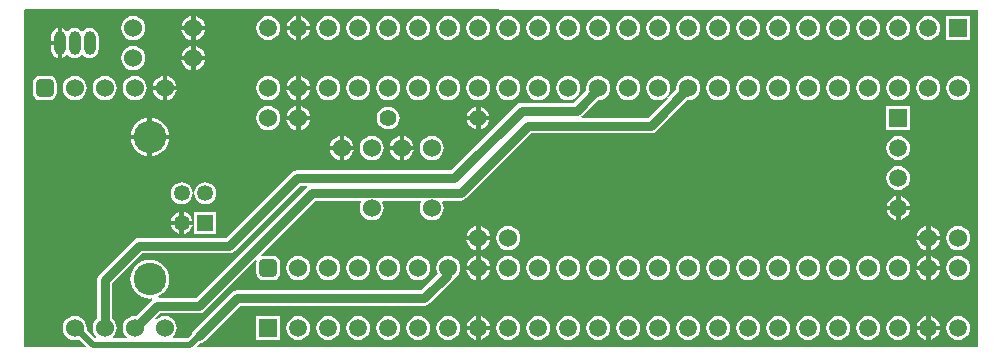
<source format=gbl>
G04*
G04 #@! TF.GenerationSoftware,Altium Limited,Altium Designer,20.0.10 (225)*
G04*
G04 Layer_Physical_Order=2*
G04 Layer_Color=16711680*
%FSLAX25Y25*%
%MOIN*%
G70*
G01*
G75*
%ADD25C,0.03000*%
%ADD28C,0.06000*%
G04:AMPARAMS|DCode=29|XSize=60mil|YSize=60mil|CornerRadius=15mil|HoleSize=0mil|Usage=FLASHONLY|Rotation=0.000|XOffset=0mil|YOffset=0mil|HoleType=Round|Shape=RoundedRectangle|*
%AMROUNDEDRECTD29*
21,1,0.06000,0.03000,0,0,0.0*
21,1,0.03000,0.06000,0,0,0.0*
1,1,0.03000,0.01500,-0.01500*
1,1,0.03000,-0.01500,-0.01500*
1,1,0.03000,-0.01500,0.01500*
1,1,0.03000,0.01500,0.01500*
%
%ADD29ROUNDEDRECTD29*%
%ADD30O,0.03937X0.07874*%
%ADD31O,0.03937X0.07874*%
%ADD32C,0.10827*%
%ADD33C,0.05315*%
%ADD34R,0.05315X0.05315*%
%ADD35C,0.05906*%
%ADD36R,0.05906X0.05906*%
%ADD37R,0.05906X0.05906*%
%ADD38C,0.05512*%
%ADD39C,0.02000*%
G36*
X1998Y113977D02*
X318981Y113476D01*
X318980Y1020D01*
X59057D01*
X58865Y1481D01*
X59918Y2534D01*
X60475Y2645D01*
X61302Y3198D01*
X73056Y14951D01*
X134500D01*
X135476Y15145D01*
X136302Y15698D01*
X143728Y23124D01*
X144242Y23892D01*
X144517Y24006D01*
X145353Y24647D01*
X145994Y25483D01*
X146397Y26456D01*
X146535Y27500D01*
X146397Y28544D01*
X145994Y29517D01*
X145353Y30353D01*
X144517Y30994D01*
X143544Y31397D01*
X142500Y31534D01*
X141456Y31397D01*
X140483Y30994D01*
X139647Y30353D01*
X139006Y29517D01*
X138603Y28544D01*
X138465Y27500D01*
X138603Y26456D01*
X138969Y25573D01*
X133444Y20049D01*
X72000D01*
X71025Y19855D01*
X70198Y19302D01*
X57698Y6802D01*
X57145Y5976D01*
X57034Y5418D01*
X55655Y4039D01*
X50838D01*
X50678Y4513D01*
X50853Y4647D01*
X51494Y5483D01*
X51897Y6456D01*
X52034Y7500D01*
X51897Y8544D01*
X51494Y9517D01*
X50853Y10353D01*
X50017Y10994D01*
X49044Y11397D01*
X48000Y11535D01*
X46956Y11397D01*
X45983Y10994D01*
X45223Y10411D01*
X44892Y10788D01*
X46556Y12451D01*
X59500D01*
X60475Y12645D01*
X61302Y13198D01*
X78149Y30044D01*
X78610Y29798D01*
X78451Y29000D01*
Y26000D01*
X78645Y25025D01*
X79198Y24198D01*
X80024Y23645D01*
X81000Y23451D01*
X84000D01*
X84975Y23645D01*
X85802Y24198D01*
X86355Y25025D01*
X86549Y26000D01*
Y29000D01*
X86355Y29976D01*
X85802Y30802D01*
X84975Y31355D01*
X84000Y31549D01*
X81000D01*
X80202Y31390D01*
X79956Y31851D01*
X98056Y49951D01*
X113286D01*
X113479Y49451D01*
X113103Y48544D01*
X112966Y47500D01*
X113103Y46456D01*
X113506Y45483D01*
X114147Y44647D01*
X114983Y44006D01*
X115956Y43603D01*
X117000Y43466D01*
X118044Y43603D01*
X119017Y44006D01*
X119853Y44647D01*
X120494Y45483D01*
X120897Y46456D01*
X121035Y47500D01*
X120897Y48544D01*
X120521Y49451D01*
X120713Y49951D01*
X133286D01*
X133479Y49451D01*
X133103Y48544D01*
X132966Y47500D01*
X133103Y46456D01*
X133506Y45483D01*
X134147Y44647D01*
X134983Y44006D01*
X135956Y43603D01*
X137000Y43466D01*
X138044Y43603D01*
X139017Y44006D01*
X139853Y44647D01*
X140494Y45483D01*
X140897Y46456D01*
X141034Y47500D01*
X140897Y48544D01*
X140521Y49451D01*
X140714Y49951D01*
X146571D01*
X147547Y50145D01*
X148373Y50698D01*
X170127Y72451D01*
X210000D01*
X210976Y72645D01*
X211802Y73198D01*
X222120Y83516D01*
X222500Y83465D01*
X223544Y83603D01*
X224517Y84006D01*
X225353Y84647D01*
X225994Y85483D01*
X226397Y86456D01*
X226535Y87500D01*
X226397Y88544D01*
X225994Y89517D01*
X225353Y90353D01*
X224517Y90994D01*
X223544Y91397D01*
X222500Y91535D01*
X221456Y91397D01*
X220483Y90994D01*
X219647Y90353D01*
X219006Y89517D01*
X218603Y88544D01*
X218465Y87500D01*
X218515Y87120D01*
X215788Y84392D01*
X215411Y84723D01*
X215586Y84952D01*
X215994Y85483D01*
X216397Y86456D01*
X216534Y87500D01*
X216397Y88544D01*
X215994Y89517D01*
X215353Y90353D01*
X214517Y90994D01*
X213544Y91397D01*
X212500Y91535D01*
X211456Y91397D01*
X210483Y90994D01*
X209647Y90353D01*
X209006Y89517D01*
X208603Y88544D01*
X208466Y87500D01*
X208603Y86456D01*
X209006Y85483D01*
X209647Y84647D01*
X210483Y84006D01*
X211456Y83603D01*
X212500Y83465D01*
X213544Y83603D01*
X214517Y84006D01*
X215048Y84413D01*
X215277Y84589D01*
X215608Y84212D01*
X208944Y77549D01*
X186974D01*
X186823Y78049D01*
X187045Y78198D01*
X192335Y83487D01*
X192500Y83465D01*
X193544Y83603D01*
X194517Y84006D01*
X195353Y84647D01*
X195994Y85483D01*
X196397Y86456D01*
X196535Y87500D01*
X196397Y88544D01*
X195994Y89517D01*
X195353Y90353D01*
X194517Y90994D01*
X193544Y91397D01*
X192500Y91535D01*
X191456Y91397D01*
X190483Y90994D01*
X189647Y90353D01*
X189006Y89517D01*
X188603Y88544D01*
X188465Y87500D01*
X188544Y86906D01*
X184187Y82549D01*
X167000D01*
X166024Y82355D01*
X165198Y81802D01*
X143444Y60049D01*
X92000D01*
X91025Y59855D01*
X90198Y59302D01*
X68444Y37549D01*
X39500D01*
X38524Y37355D01*
X37698Y36802D01*
X26198Y25302D01*
X25645Y24475D01*
X25451Y23500D01*
Y10586D01*
X25147Y10353D01*
X24506Y9517D01*
X24103Y8544D01*
X23966Y7500D01*
X24103Y6456D01*
X24506Y5483D01*
X25061Y4759D01*
X24970Y4371D01*
X24877Y4225D01*
X24689Y4195D01*
X21959Y6925D01*
X22035Y7500D01*
X21897Y8544D01*
X21494Y9517D01*
X20853Y10353D01*
X20017Y10994D01*
X19044Y11397D01*
X18000Y11535D01*
X16956Y11397D01*
X15983Y10994D01*
X15147Y10353D01*
X14506Y9517D01*
X14103Y8544D01*
X13965Y7500D01*
X14103Y6456D01*
X14506Y5483D01*
X15147Y4647D01*
X15983Y4006D01*
X16956Y3603D01*
X18000Y3466D01*
X19044Y3603D01*
X19376Y3740D01*
X21635Y1481D01*
X21443Y1020D01*
X1020D01*
X1020Y112999D01*
X1020Y113194D01*
X1169Y113554D01*
X1445Y113829D01*
X1805Y113977D01*
X1998Y113977D01*
D02*
G37*
G36*
X95420Y54451D02*
X95198Y54302D01*
X58444Y17549D01*
X45978D01*
X45853Y18049D01*
X46557Y18425D01*
X47533Y19227D01*
X48335Y20203D01*
X48930Y21317D01*
X49297Y22526D01*
X49421Y23784D01*
X49297Y25041D01*
X48930Y26250D01*
X48335Y27364D01*
X47533Y28340D01*
X46557Y29142D01*
X45443Y29737D01*
X44234Y30104D01*
X42976Y30228D01*
X41719Y30104D01*
X40510Y29737D01*
X39396Y29142D01*
X38419Y28340D01*
X37618Y27364D01*
X37023Y26250D01*
X36656Y25041D01*
X36532Y23784D01*
X36656Y22526D01*
X37023Y21317D01*
X37618Y20203D01*
X38419Y19227D01*
X39396Y18425D01*
X40510Y17830D01*
X41719Y17463D01*
X42976Y17339D01*
X43709Y17411D01*
X43882Y16926D01*
X43698Y16802D01*
X38380Y11485D01*
X38000Y11535D01*
X36956Y11397D01*
X35983Y10994D01*
X35147Y10353D01*
X34506Y9517D01*
X34103Y8544D01*
X33966Y7500D01*
X34103Y6456D01*
X34506Y5483D01*
X35147Y4647D01*
X35322Y4513D01*
X35162Y4039D01*
X30838D01*
X30678Y4513D01*
X30853Y4647D01*
X31494Y5483D01*
X31897Y6456D01*
X32035Y7500D01*
X31897Y8544D01*
X31494Y9517D01*
X30853Y10353D01*
X30549Y10586D01*
Y22444D01*
X40556Y32451D01*
X69500D01*
X70476Y32645D01*
X71302Y33198D01*
X93056Y54951D01*
X95268D01*
X95420Y54451D01*
D02*
G37*
%LPC*%
G36*
X93250Y111388D02*
Y108250D01*
X96388D01*
X96351Y108532D01*
X95953Y109493D01*
X95319Y110319D01*
X94493Y110953D01*
X93532Y111351D01*
X93250Y111388D01*
D02*
G37*
G36*
X58250Y111436D02*
Y108250D01*
X61436D01*
X61397Y108544D01*
X60994Y109517D01*
X60353Y110353D01*
X59517Y110994D01*
X58544Y111397D01*
X58250Y111436D01*
D02*
G37*
G36*
X56750D02*
X56456Y111397D01*
X55483Y110994D01*
X54647Y110353D01*
X54006Y109517D01*
X53603Y108544D01*
X53564Y108250D01*
X56750D01*
Y111436D01*
D02*
G37*
G36*
X91750Y111388D02*
X91468Y111351D01*
X90507Y110953D01*
X89681Y110319D01*
X89047Y109493D01*
X88649Y108532D01*
X88612Y108250D01*
X91750D01*
Y111388D01*
D02*
G37*
G36*
X23000Y107463D02*
X22225Y107361D01*
X21503Y107062D01*
X20883Y106586D01*
X20750Y106413D01*
X20250D01*
X20117Y106586D01*
X19497Y107062D01*
X18775Y107361D01*
X18000Y107463D01*
X17225Y107361D01*
X16503Y107062D01*
X15883Y106586D01*
X15750Y106413D01*
X15250D01*
X15117Y106586D01*
X14497Y107062D01*
X13775Y107361D01*
X13750Y107364D01*
Y102500D01*
Y97636D01*
X13775Y97639D01*
X14497Y97939D01*
X15117Y98414D01*
X15250Y98587D01*
X15750D01*
X15883Y98414D01*
X16503Y97939D01*
X17225Y97639D01*
X18000Y97537D01*
X18775Y97639D01*
X19497Y97939D01*
X20117Y98414D01*
X20250Y98588D01*
X20750D01*
X20883Y98414D01*
X21503Y97939D01*
X22225Y97639D01*
X23000Y97537D01*
X23775Y97639D01*
X24497Y97939D01*
X25117Y98414D01*
X25593Y99035D01*
X25892Y99757D01*
X25994Y100531D01*
Y104469D01*
X25892Y105244D01*
X25593Y105966D01*
X25117Y106586D01*
X24497Y107062D01*
X23775Y107361D01*
X23000Y107463D01*
D02*
G37*
G36*
X96388Y106750D02*
X93250D01*
Y103612D01*
X93532Y103649D01*
X94493Y104047D01*
X95319Y104681D01*
X95953Y105507D01*
X96351Y106468D01*
X96388Y106750D01*
D02*
G37*
G36*
X91750D02*
X88612D01*
X88649Y106468D01*
X89047Y105507D01*
X89681Y104681D01*
X90507Y104047D01*
X91468Y103649D01*
X91750Y103612D01*
Y106750D01*
D02*
G37*
G36*
X61436D02*
X58250D01*
Y103564D01*
X58544Y103603D01*
X59517Y104006D01*
X60353Y104647D01*
X60994Y105483D01*
X61397Y106456D01*
X61436Y106750D01*
D02*
G37*
G36*
X56750D02*
X53564D01*
X53603Y106456D01*
X54006Y105483D01*
X54647Y104647D01*
X55483Y104006D01*
X56456Y103603D01*
X56750Y103564D01*
Y106750D01*
D02*
G37*
G36*
X316453Y111453D02*
X308547D01*
Y103547D01*
X316453D01*
Y111453D01*
D02*
G37*
G36*
X302500Y111487D02*
X301468Y111351D01*
X300507Y110953D01*
X299681Y110319D01*
X299047Y109493D01*
X298649Y108532D01*
X298513Y107500D01*
X298649Y106468D01*
X299047Y105507D01*
X299681Y104681D01*
X300507Y104047D01*
X301468Y103649D01*
X302500Y103513D01*
X303532Y103649D01*
X304493Y104047D01*
X305319Y104681D01*
X305953Y105507D01*
X306351Y106468D01*
X306487Y107500D01*
X306351Y108532D01*
X305953Y109493D01*
X305319Y110319D01*
X304493Y110953D01*
X303532Y111351D01*
X302500Y111487D01*
D02*
G37*
G36*
X292500D02*
X291468Y111351D01*
X290507Y110953D01*
X289681Y110319D01*
X289047Y109493D01*
X288649Y108532D01*
X288513Y107500D01*
X288649Y106468D01*
X289047Y105507D01*
X289681Y104681D01*
X290507Y104047D01*
X291468Y103649D01*
X292500Y103513D01*
X293532Y103649D01*
X294493Y104047D01*
X295319Y104681D01*
X295953Y105507D01*
X296351Y106468D01*
X296487Y107500D01*
X296351Y108532D01*
X295953Y109493D01*
X295319Y110319D01*
X294493Y110953D01*
X293532Y111351D01*
X292500Y111487D01*
D02*
G37*
G36*
X282500D02*
X281468Y111351D01*
X280507Y110953D01*
X279681Y110319D01*
X279047Y109493D01*
X278649Y108532D01*
X278513Y107500D01*
X278649Y106468D01*
X279047Y105507D01*
X279681Y104681D01*
X280507Y104047D01*
X281468Y103649D01*
X282500Y103513D01*
X283532Y103649D01*
X284493Y104047D01*
X285319Y104681D01*
X285953Y105507D01*
X286351Y106468D01*
X286487Y107500D01*
X286351Y108532D01*
X285953Y109493D01*
X285319Y110319D01*
X284493Y110953D01*
X283532Y111351D01*
X282500Y111487D01*
D02*
G37*
G36*
X272500D02*
X271468Y111351D01*
X270507Y110953D01*
X269681Y110319D01*
X269047Y109493D01*
X268649Y108532D01*
X268513Y107500D01*
X268649Y106468D01*
X269047Y105507D01*
X269681Y104681D01*
X270507Y104047D01*
X271468Y103649D01*
X272500Y103513D01*
X273532Y103649D01*
X274493Y104047D01*
X275319Y104681D01*
X275953Y105507D01*
X276351Y106468D01*
X276487Y107500D01*
X276351Y108532D01*
X275953Y109493D01*
X275319Y110319D01*
X274493Y110953D01*
X273532Y111351D01*
X272500Y111487D01*
D02*
G37*
G36*
X262500D02*
X261468Y111351D01*
X260507Y110953D01*
X259681Y110319D01*
X259047Y109493D01*
X258649Y108532D01*
X258513Y107500D01*
X258649Y106468D01*
X259047Y105507D01*
X259681Y104681D01*
X260507Y104047D01*
X261468Y103649D01*
X262500Y103513D01*
X263532Y103649D01*
X264493Y104047D01*
X265319Y104681D01*
X265953Y105507D01*
X266351Y106468D01*
X266487Y107500D01*
X266351Y108532D01*
X265953Y109493D01*
X265319Y110319D01*
X264493Y110953D01*
X263532Y111351D01*
X262500Y111487D01*
D02*
G37*
G36*
X252500D02*
X251468Y111351D01*
X250507Y110953D01*
X249681Y110319D01*
X249047Y109493D01*
X248649Y108532D01*
X248513Y107500D01*
X248649Y106468D01*
X249047Y105507D01*
X249681Y104681D01*
X250507Y104047D01*
X251468Y103649D01*
X252500Y103513D01*
X253532Y103649D01*
X254493Y104047D01*
X255319Y104681D01*
X255953Y105507D01*
X256351Y106468D01*
X256487Y107500D01*
X256351Y108532D01*
X255953Y109493D01*
X255319Y110319D01*
X254493Y110953D01*
X253532Y111351D01*
X252500Y111487D01*
D02*
G37*
G36*
X242500D02*
X241468Y111351D01*
X240507Y110953D01*
X239681Y110319D01*
X239047Y109493D01*
X238649Y108532D01*
X238513Y107500D01*
X238649Y106468D01*
X239047Y105507D01*
X239681Y104681D01*
X240507Y104047D01*
X241468Y103649D01*
X242500Y103513D01*
X243532Y103649D01*
X244493Y104047D01*
X245319Y104681D01*
X245953Y105507D01*
X246351Y106468D01*
X246487Y107500D01*
X246351Y108532D01*
X245953Y109493D01*
X245319Y110319D01*
X244493Y110953D01*
X243532Y111351D01*
X242500Y111487D01*
D02*
G37*
G36*
X232500D02*
X231468Y111351D01*
X230507Y110953D01*
X229681Y110319D01*
X229047Y109493D01*
X228649Y108532D01*
X228513Y107500D01*
X228649Y106468D01*
X229047Y105507D01*
X229681Y104681D01*
X230507Y104047D01*
X231468Y103649D01*
X232500Y103513D01*
X233532Y103649D01*
X234493Y104047D01*
X235319Y104681D01*
X235953Y105507D01*
X236351Y106468D01*
X236487Y107500D01*
X236351Y108532D01*
X235953Y109493D01*
X235319Y110319D01*
X234493Y110953D01*
X233532Y111351D01*
X232500Y111487D01*
D02*
G37*
G36*
X222500D02*
X221468Y111351D01*
X220507Y110953D01*
X219681Y110319D01*
X219047Y109493D01*
X218649Y108532D01*
X218513Y107500D01*
X218649Y106468D01*
X219047Y105507D01*
X219681Y104681D01*
X220507Y104047D01*
X221468Y103649D01*
X222500Y103513D01*
X223532Y103649D01*
X224493Y104047D01*
X225319Y104681D01*
X225953Y105507D01*
X226351Y106468D01*
X226487Y107500D01*
X226351Y108532D01*
X225953Y109493D01*
X225319Y110319D01*
X224493Y110953D01*
X223532Y111351D01*
X222500Y111487D01*
D02*
G37*
G36*
X212500D02*
X211468Y111351D01*
X210507Y110953D01*
X209681Y110319D01*
X209047Y109493D01*
X208649Y108532D01*
X208513Y107500D01*
X208649Y106468D01*
X209047Y105507D01*
X209681Y104681D01*
X210507Y104047D01*
X211468Y103649D01*
X212500Y103513D01*
X213532Y103649D01*
X214493Y104047D01*
X215319Y104681D01*
X215953Y105507D01*
X216351Y106468D01*
X216487Y107500D01*
X216351Y108532D01*
X215953Y109493D01*
X215319Y110319D01*
X214493Y110953D01*
X213532Y111351D01*
X212500Y111487D01*
D02*
G37*
G36*
X202500D02*
X201468Y111351D01*
X200507Y110953D01*
X199681Y110319D01*
X199047Y109493D01*
X198649Y108532D01*
X198513Y107500D01*
X198649Y106468D01*
X199047Y105507D01*
X199681Y104681D01*
X200507Y104047D01*
X201468Y103649D01*
X202500Y103513D01*
X203532Y103649D01*
X204493Y104047D01*
X205319Y104681D01*
X205953Y105507D01*
X206351Y106468D01*
X206487Y107500D01*
X206351Y108532D01*
X205953Y109493D01*
X205319Y110319D01*
X204493Y110953D01*
X203532Y111351D01*
X202500Y111487D01*
D02*
G37*
G36*
X192500D02*
X191468Y111351D01*
X190507Y110953D01*
X189681Y110319D01*
X189047Y109493D01*
X188649Y108532D01*
X188513Y107500D01*
X188649Y106468D01*
X189047Y105507D01*
X189681Y104681D01*
X190507Y104047D01*
X191468Y103649D01*
X192500Y103513D01*
X193532Y103649D01*
X194493Y104047D01*
X195319Y104681D01*
X195953Y105507D01*
X196351Y106468D01*
X196487Y107500D01*
X196351Y108532D01*
X195953Y109493D01*
X195319Y110319D01*
X194493Y110953D01*
X193532Y111351D01*
X192500Y111487D01*
D02*
G37*
G36*
X182500D02*
X181468Y111351D01*
X180507Y110953D01*
X179681Y110319D01*
X179047Y109493D01*
X178649Y108532D01*
X178513Y107500D01*
X178649Y106468D01*
X179047Y105507D01*
X179681Y104681D01*
X180507Y104047D01*
X181468Y103649D01*
X182500Y103513D01*
X183532Y103649D01*
X184493Y104047D01*
X185319Y104681D01*
X185953Y105507D01*
X186351Y106468D01*
X186487Y107500D01*
X186351Y108532D01*
X185953Y109493D01*
X185319Y110319D01*
X184493Y110953D01*
X183532Y111351D01*
X182500Y111487D01*
D02*
G37*
G36*
X172500D02*
X171468Y111351D01*
X170507Y110953D01*
X169681Y110319D01*
X169047Y109493D01*
X168649Y108532D01*
X168513Y107500D01*
X168649Y106468D01*
X169047Y105507D01*
X169681Y104681D01*
X170507Y104047D01*
X171468Y103649D01*
X172500Y103513D01*
X173532Y103649D01*
X174493Y104047D01*
X175319Y104681D01*
X175953Y105507D01*
X176351Y106468D01*
X176487Y107500D01*
X176351Y108532D01*
X175953Y109493D01*
X175319Y110319D01*
X174493Y110953D01*
X173532Y111351D01*
X172500Y111487D01*
D02*
G37*
G36*
X162500D02*
X161468Y111351D01*
X160507Y110953D01*
X159681Y110319D01*
X159047Y109493D01*
X158649Y108532D01*
X158513Y107500D01*
X158649Y106468D01*
X159047Y105507D01*
X159681Y104681D01*
X160507Y104047D01*
X161468Y103649D01*
X162500Y103513D01*
X163532Y103649D01*
X164493Y104047D01*
X165319Y104681D01*
X165953Y105507D01*
X166351Y106468D01*
X166487Y107500D01*
X166351Y108532D01*
X165953Y109493D01*
X165319Y110319D01*
X164493Y110953D01*
X163532Y111351D01*
X162500Y111487D01*
D02*
G37*
G36*
X152500D02*
X151468Y111351D01*
X150507Y110953D01*
X149681Y110319D01*
X149047Y109493D01*
X148649Y108532D01*
X148513Y107500D01*
X148649Y106468D01*
X149047Y105507D01*
X149681Y104681D01*
X150507Y104047D01*
X151468Y103649D01*
X152500Y103513D01*
X153532Y103649D01*
X154493Y104047D01*
X155319Y104681D01*
X155953Y105507D01*
X156351Y106468D01*
X156487Y107500D01*
X156351Y108532D01*
X155953Y109493D01*
X155319Y110319D01*
X154493Y110953D01*
X153532Y111351D01*
X152500Y111487D01*
D02*
G37*
G36*
X142500D02*
X141468Y111351D01*
X140507Y110953D01*
X139681Y110319D01*
X139047Y109493D01*
X138649Y108532D01*
X138513Y107500D01*
X138649Y106468D01*
X139047Y105507D01*
X139681Y104681D01*
X140507Y104047D01*
X141468Y103649D01*
X142500Y103513D01*
X143532Y103649D01*
X144493Y104047D01*
X145319Y104681D01*
X145953Y105507D01*
X146351Y106468D01*
X146487Y107500D01*
X146351Y108532D01*
X145953Y109493D01*
X145319Y110319D01*
X144493Y110953D01*
X143532Y111351D01*
X142500Y111487D01*
D02*
G37*
G36*
X132500D02*
X131468Y111351D01*
X130507Y110953D01*
X129681Y110319D01*
X129047Y109493D01*
X128649Y108532D01*
X128513Y107500D01*
X128649Y106468D01*
X129047Y105507D01*
X129681Y104681D01*
X130507Y104047D01*
X131468Y103649D01*
X132500Y103513D01*
X133532Y103649D01*
X134493Y104047D01*
X135319Y104681D01*
X135953Y105507D01*
X136351Y106468D01*
X136487Y107500D01*
X136351Y108532D01*
X135953Y109493D01*
X135319Y110319D01*
X134493Y110953D01*
X133532Y111351D01*
X132500Y111487D01*
D02*
G37*
G36*
X122500D02*
X121468Y111351D01*
X120507Y110953D01*
X119681Y110319D01*
X119047Y109493D01*
X118649Y108532D01*
X118513Y107500D01*
X118649Y106468D01*
X119047Y105507D01*
X119681Y104681D01*
X120507Y104047D01*
X121468Y103649D01*
X122500Y103513D01*
X123532Y103649D01*
X124493Y104047D01*
X125319Y104681D01*
X125953Y105507D01*
X126351Y106468D01*
X126487Y107500D01*
X126351Y108532D01*
X125953Y109493D01*
X125319Y110319D01*
X124493Y110953D01*
X123532Y111351D01*
X122500Y111487D01*
D02*
G37*
G36*
X112500D02*
X111468Y111351D01*
X110507Y110953D01*
X109681Y110319D01*
X109047Y109493D01*
X108649Y108532D01*
X108513Y107500D01*
X108649Y106468D01*
X109047Y105507D01*
X109681Y104681D01*
X110507Y104047D01*
X111468Y103649D01*
X112500Y103513D01*
X113532Y103649D01*
X114493Y104047D01*
X115319Y104681D01*
X115953Y105507D01*
X116351Y106468D01*
X116487Y107500D01*
X116351Y108532D01*
X115953Y109493D01*
X115319Y110319D01*
X114493Y110953D01*
X113532Y111351D01*
X112500Y111487D01*
D02*
G37*
G36*
X102500D02*
X101468Y111351D01*
X100507Y110953D01*
X99681Y110319D01*
X99047Y109493D01*
X98649Y108532D01*
X98513Y107500D01*
X98649Y106468D01*
X99047Y105507D01*
X99681Y104681D01*
X100507Y104047D01*
X101468Y103649D01*
X102500Y103513D01*
X103532Y103649D01*
X104493Y104047D01*
X105319Y104681D01*
X105953Y105507D01*
X106351Y106468D01*
X106487Y107500D01*
X106351Y108532D01*
X105953Y109493D01*
X105319Y110319D01*
X104493Y110953D01*
X103532Y111351D01*
X102500Y111487D01*
D02*
G37*
G36*
X82500D02*
X81468Y111351D01*
X80507Y110953D01*
X79681Y110319D01*
X79047Y109493D01*
X78649Y108532D01*
X78513Y107500D01*
X78649Y106468D01*
X79047Y105507D01*
X79681Y104681D01*
X80507Y104047D01*
X81468Y103649D01*
X82500Y103513D01*
X83532Y103649D01*
X84493Y104047D01*
X85319Y104681D01*
X85953Y105507D01*
X86351Y106468D01*
X86487Y107500D01*
X86351Y108532D01*
X85953Y109493D01*
X85319Y110319D01*
X84493Y110953D01*
X83532Y111351D01*
X82500Y111487D01*
D02*
G37*
G36*
X37500Y111535D02*
X36456Y111397D01*
X35483Y110994D01*
X34647Y110353D01*
X34006Y109517D01*
X33603Y108544D01*
X33465Y107500D01*
X33603Y106456D01*
X34006Y105483D01*
X34647Y104647D01*
X35483Y104006D01*
X36456Y103603D01*
X37500Y103465D01*
X38544Y103603D01*
X39517Y104006D01*
X40353Y104647D01*
X40994Y105483D01*
X41397Y106456D01*
X41535Y107500D01*
X41397Y108544D01*
X40994Y109517D01*
X40353Y110353D01*
X39517Y110994D01*
X38544Y111397D01*
X37500Y111535D01*
D02*
G37*
G36*
X12250Y107364D02*
X12225Y107361D01*
X11503Y107062D01*
X10883Y106586D01*
X10407Y105966D01*
X10108Y105243D01*
X10006Y104469D01*
Y103250D01*
X12250D01*
Y107364D01*
D02*
G37*
G36*
X58250Y101436D02*
Y98250D01*
X61436D01*
X61397Y98544D01*
X60994Y99517D01*
X60353Y100353D01*
X59517Y100994D01*
X58544Y101397D01*
X58250Y101436D01*
D02*
G37*
G36*
X56750D02*
X56456Y101397D01*
X55483Y100994D01*
X54647Y100353D01*
X54006Y99517D01*
X53603Y98544D01*
X53564Y98250D01*
X56750D01*
Y101436D01*
D02*
G37*
G36*
X12250Y101750D02*
X10006D01*
Y100531D01*
X10108Y99756D01*
X10407Y99034D01*
X10883Y98414D01*
X11503Y97939D01*
X12225Y97639D01*
X12250Y97636D01*
Y101750D01*
D02*
G37*
G36*
X61436Y96750D02*
X58250D01*
Y93564D01*
X58544Y93603D01*
X59517Y94006D01*
X60353Y94647D01*
X60994Y95483D01*
X61397Y96456D01*
X61436Y96750D01*
D02*
G37*
G36*
X56750D02*
X53564D01*
X53603Y96456D01*
X54006Y95483D01*
X54647Y94647D01*
X55483Y94006D01*
X56456Y93603D01*
X56750Y93564D01*
Y96750D01*
D02*
G37*
G36*
X37500Y101534D02*
X36456Y101397D01*
X35483Y100994D01*
X34647Y100353D01*
X34006Y99517D01*
X33603Y98544D01*
X33465Y97500D01*
X33603Y96456D01*
X34006Y95483D01*
X34647Y94647D01*
X35483Y94006D01*
X36456Y93603D01*
X37500Y93466D01*
X38544Y93603D01*
X39517Y94006D01*
X40353Y94647D01*
X40994Y95483D01*
X41397Y96456D01*
X41535Y97500D01*
X41397Y98544D01*
X40994Y99517D01*
X40353Y100353D01*
X39517Y100994D01*
X38544Y101397D01*
X37500Y101534D01*
D02*
G37*
G36*
X93250Y91436D02*
Y88250D01*
X96436D01*
X96397Y88544D01*
X95994Y89517D01*
X95353Y90353D01*
X94517Y90994D01*
X93544Y91397D01*
X93250Y91436D01*
D02*
G37*
G36*
X48750D02*
Y88250D01*
X51936D01*
X51897Y88544D01*
X51494Y89517D01*
X50853Y90353D01*
X50017Y90994D01*
X49044Y91397D01*
X48750Y91436D01*
D02*
G37*
G36*
X47250D02*
X46956Y91397D01*
X45983Y90994D01*
X45147Y90353D01*
X44506Y89517D01*
X44103Y88544D01*
X44064Y88250D01*
X47250D01*
Y91436D01*
D02*
G37*
G36*
X91750D02*
X91456Y91397D01*
X90483Y90994D01*
X89647Y90353D01*
X89006Y89517D01*
X88603Y88544D01*
X88564Y88250D01*
X91750D01*
Y91436D01*
D02*
G37*
G36*
X96436Y86750D02*
X93250D01*
Y83564D01*
X93544Y83603D01*
X94517Y84006D01*
X95353Y84647D01*
X95994Y85483D01*
X96397Y86456D01*
X96436Y86750D01*
D02*
G37*
G36*
X51936D02*
X48750D01*
Y83564D01*
X49044Y83603D01*
X50017Y84006D01*
X50853Y84647D01*
X51494Y85483D01*
X51897Y86456D01*
X51936Y86750D01*
D02*
G37*
G36*
X47250D02*
X44064D01*
X44103Y86456D01*
X44506Y85483D01*
X45147Y84647D01*
X45983Y84006D01*
X46956Y83603D01*
X47250Y83564D01*
Y86750D01*
D02*
G37*
G36*
X91750D02*
X88564D01*
X88603Y86456D01*
X89006Y85483D01*
X89647Y84647D01*
X90483Y84006D01*
X91456Y83603D01*
X91750Y83564D01*
Y86750D01*
D02*
G37*
G36*
X312500Y91535D02*
X311456Y91397D01*
X310483Y90994D01*
X309647Y90353D01*
X309006Y89517D01*
X308603Y88544D01*
X308466Y87500D01*
X308603Y86456D01*
X309006Y85483D01*
X309647Y84647D01*
X310483Y84006D01*
X311456Y83603D01*
X312500Y83465D01*
X313544Y83603D01*
X314517Y84006D01*
X315353Y84647D01*
X315994Y85483D01*
X316397Y86456D01*
X316534Y87500D01*
X316397Y88544D01*
X315994Y89517D01*
X315353Y90353D01*
X314517Y90994D01*
X313544Y91397D01*
X312500Y91535D01*
D02*
G37*
G36*
X302500D02*
X301456Y91397D01*
X300483Y90994D01*
X299647Y90353D01*
X299006Y89517D01*
X298603Y88544D01*
X298465Y87500D01*
X298603Y86456D01*
X299006Y85483D01*
X299647Y84647D01*
X300483Y84006D01*
X301456Y83603D01*
X302500Y83465D01*
X303544Y83603D01*
X304517Y84006D01*
X305353Y84647D01*
X305994Y85483D01*
X306397Y86456D01*
X306535Y87500D01*
X306397Y88544D01*
X305994Y89517D01*
X305353Y90353D01*
X304517Y90994D01*
X303544Y91397D01*
X302500Y91535D01*
D02*
G37*
G36*
X292500D02*
X291456Y91397D01*
X290483Y90994D01*
X289647Y90353D01*
X289006Y89517D01*
X288603Y88544D01*
X288465Y87500D01*
X288603Y86456D01*
X289006Y85483D01*
X289647Y84647D01*
X290483Y84006D01*
X291456Y83603D01*
X292500Y83465D01*
X293544Y83603D01*
X294517Y84006D01*
X295353Y84647D01*
X295994Y85483D01*
X296397Y86456D01*
X296534Y87500D01*
X296397Y88544D01*
X295994Y89517D01*
X295353Y90353D01*
X294517Y90994D01*
X293544Y91397D01*
X292500Y91535D01*
D02*
G37*
G36*
X282500D02*
X281456Y91397D01*
X280483Y90994D01*
X279647Y90353D01*
X279006Y89517D01*
X278603Y88544D01*
X278466Y87500D01*
X278603Y86456D01*
X279006Y85483D01*
X279647Y84647D01*
X280483Y84006D01*
X281456Y83603D01*
X282500Y83465D01*
X283544Y83603D01*
X284517Y84006D01*
X285353Y84647D01*
X285994Y85483D01*
X286397Y86456D01*
X286535Y87500D01*
X286397Y88544D01*
X285994Y89517D01*
X285353Y90353D01*
X284517Y90994D01*
X283544Y91397D01*
X282500Y91535D01*
D02*
G37*
G36*
X272500D02*
X271456Y91397D01*
X270483Y90994D01*
X269647Y90353D01*
X269006Y89517D01*
X268603Y88544D01*
X268465Y87500D01*
X268603Y86456D01*
X269006Y85483D01*
X269647Y84647D01*
X270483Y84006D01*
X271456Y83603D01*
X272500Y83465D01*
X273544Y83603D01*
X274517Y84006D01*
X275353Y84647D01*
X275994Y85483D01*
X276397Y86456D01*
X276535Y87500D01*
X276397Y88544D01*
X275994Y89517D01*
X275353Y90353D01*
X274517Y90994D01*
X273544Y91397D01*
X272500Y91535D01*
D02*
G37*
G36*
X262500D02*
X261456Y91397D01*
X260483Y90994D01*
X259647Y90353D01*
X259006Y89517D01*
X258603Y88544D01*
X258466Y87500D01*
X258603Y86456D01*
X259006Y85483D01*
X259647Y84647D01*
X260483Y84006D01*
X261456Y83603D01*
X262500Y83465D01*
X263544Y83603D01*
X264517Y84006D01*
X265353Y84647D01*
X265994Y85483D01*
X266397Y86456D01*
X266534Y87500D01*
X266397Y88544D01*
X265994Y89517D01*
X265353Y90353D01*
X264517Y90994D01*
X263544Y91397D01*
X262500Y91535D01*
D02*
G37*
G36*
X252500D02*
X251456Y91397D01*
X250483Y90994D01*
X249647Y90353D01*
X249006Y89517D01*
X248603Y88544D01*
X248465Y87500D01*
X248603Y86456D01*
X249006Y85483D01*
X249647Y84647D01*
X250483Y84006D01*
X251456Y83603D01*
X252500Y83465D01*
X253544Y83603D01*
X254517Y84006D01*
X255353Y84647D01*
X255994Y85483D01*
X256397Y86456D01*
X256535Y87500D01*
X256397Y88544D01*
X255994Y89517D01*
X255353Y90353D01*
X254517Y90994D01*
X253544Y91397D01*
X252500Y91535D01*
D02*
G37*
G36*
X242500D02*
X241456Y91397D01*
X240483Y90994D01*
X239647Y90353D01*
X239006Y89517D01*
X238603Y88544D01*
X238465Y87500D01*
X238603Y86456D01*
X239006Y85483D01*
X239647Y84647D01*
X240483Y84006D01*
X241456Y83603D01*
X242500Y83465D01*
X243544Y83603D01*
X244517Y84006D01*
X245353Y84647D01*
X245994Y85483D01*
X246397Y86456D01*
X246534Y87500D01*
X246397Y88544D01*
X245994Y89517D01*
X245353Y90353D01*
X244517Y90994D01*
X243544Y91397D01*
X242500Y91535D01*
D02*
G37*
G36*
X232500D02*
X231456Y91397D01*
X230483Y90994D01*
X229647Y90353D01*
X229006Y89517D01*
X228603Y88544D01*
X228466Y87500D01*
X228603Y86456D01*
X229006Y85483D01*
X229647Y84647D01*
X230483Y84006D01*
X231456Y83603D01*
X232500Y83465D01*
X233544Y83603D01*
X234517Y84006D01*
X235353Y84647D01*
X235994Y85483D01*
X236397Y86456D01*
X236535Y87500D01*
X236397Y88544D01*
X235994Y89517D01*
X235353Y90353D01*
X234517Y90994D01*
X233544Y91397D01*
X232500Y91535D01*
D02*
G37*
G36*
X202500D02*
X201456Y91397D01*
X200483Y90994D01*
X199647Y90353D01*
X199006Y89517D01*
X198603Y88544D01*
X198466Y87500D01*
X198603Y86456D01*
X199006Y85483D01*
X199647Y84647D01*
X200483Y84006D01*
X201456Y83603D01*
X202500Y83465D01*
X203544Y83603D01*
X204517Y84006D01*
X205353Y84647D01*
X205994Y85483D01*
X206397Y86456D01*
X206535Y87500D01*
X206397Y88544D01*
X205994Y89517D01*
X205353Y90353D01*
X204517Y90994D01*
X203544Y91397D01*
X202500Y91535D01*
D02*
G37*
G36*
X182500D02*
X181456Y91397D01*
X180483Y90994D01*
X179647Y90353D01*
X179006Y89517D01*
X178603Y88544D01*
X178465Y87500D01*
X178603Y86456D01*
X179006Y85483D01*
X179647Y84647D01*
X180483Y84006D01*
X181456Y83603D01*
X182500Y83465D01*
X183544Y83603D01*
X184517Y84006D01*
X185353Y84647D01*
X185994Y85483D01*
X186397Y86456D01*
X186535Y87500D01*
X186397Y88544D01*
X185994Y89517D01*
X185353Y90353D01*
X184517Y90994D01*
X183544Y91397D01*
X182500Y91535D01*
D02*
G37*
G36*
X172500D02*
X171456Y91397D01*
X170483Y90994D01*
X169647Y90353D01*
X169006Y89517D01*
X168603Y88544D01*
X168465Y87500D01*
X168603Y86456D01*
X169006Y85483D01*
X169647Y84647D01*
X170483Y84006D01*
X171456Y83603D01*
X172500Y83465D01*
X173544Y83603D01*
X174517Y84006D01*
X175353Y84647D01*
X175994Y85483D01*
X176397Y86456D01*
X176534Y87500D01*
X176397Y88544D01*
X175994Y89517D01*
X175353Y90353D01*
X174517Y90994D01*
X173544Y91397D01*
X172500Y91535D01*
D02*
G37*
G36*
X162500D02*
X161456Y91397D01*
X160483Y90994D01*
X159647Y90353D01*
X159006Y89517D01*
X158603Y88544D01*
X158466Y87500D01*
X158603Y86456D01*
X159006Y85483D01*
X159647Y84647D01*
X160483Y84006D01*
X161456Y83603D01*
X162500Y83465D01*
X163544Y83603D01*
X164517Y84006D01*
X165353Y84647D01*
X165994Y85483D01*
X166397Y86456D01*
X166534Y87500D01*
X166397Y88544D01*
X165994Y89517D01*
X165353Y90353D01*
X164517Y90994D01*
X163544Y91397D01*
X162500Y91535D01*
D02*
G37*
G36*
X152500D02*
X151456Y91397D01*
X150483Y90994D01*
X149647Y90353D01*
X149006Y89517D01*
X148603Y88544D01*
X148466Y87500D01*
X148603Y86456D01*
X149006Y85483D01*
X149647Y84647D01*
X150483Y84006D01*
X151456Y83603D01*
X152500Y83465D01*
X153544Y83603D01*
X154517Y84006D01*
X155353Y84647D01*
X155994Y85483D01*
X156397Y86456D01*
X156535Y87500D01*
X156397Y88544D01*
X155994Y89517D01*
X155353Y90353D01*
X154517Y90994D01*
X153544Y91397D01*
X152500Y91535D01*
D02*
G37*
G36*
X142500D02*
X141456Y91397D01*
X140483Y90994D01*
X139647Y90353D01*
X139006Y89517D01*
X138603Y88544D01*
X138465Y87500D01*
X138603Y86456D01*
X139006Y85483D01*
X139647Y84647D01*
X140483Y84006D01*
X141456Y83603D01*
X142500Y83465D01*
X143544Y83603D01*
X144517Y84006D01*
X145353Y84647D01*
X145994Y85483D01*
X146397Y86456D01*
X146535Y87500D01*
X146397Y88544D01*
X145994Y89517D01*
X145353Y90353D01*
X144517Y90994D01*
X143544Y91397D01*
X142500Y91535D01*
D02*
G37*
G36*
X132500D02*
X131456Y91397D01*
X130483Y90994D01*
X129647Y90353D01*
X129006Y89517D01*
X128603Y88544D01*
X128465Y87500D01*
X128603Y86456D01*
X129006Y85483D01*
X129647Y84647D01*
X130483Y84006D01*
X131456Y83603D01*
X132500Y83465D01*
X133544Y83603D01*
X134517Y84006D01*
X135353Y84647D01*
X135994Y85483D01*
X136397Y86456D01*
X136535Y87500D01*
X136397Y88544D01*
X135994Y89517D01*
X135353Y90353D01*
X134517Y90994D01*
X133544Y91397D01*
X132500Y91535D01*
D02*
G37*
G36*
X122500D02*
X121456Y91397D01*
X120483Y90994D01*
X119647Y90353D01*
X119006Y89517D01*
X118603Y88544D01*
X118465Y87500D01*
X118603Y86456D01*
X119006Y85483D01*
X119647Y84647D01*
X120483Y84006D01*
X121456Y83603D01*
X122500Y83465D01*
X123544Y83603D01*
X124517Y84006D01*
X125353Y84647D01*
X125994Y85483D01*
X126397Y86456D01*
X126534Y87500D01*
X126397Y88544D01*
X125994Y89517D01*
X125353Y90353D01*
X124517Y90994D01*
X123544Y91397D01*
X122500Y91535D01*
D02*
G37*
G36*
X112500D02*
X111456Y91397D01*
X110483Y90994D01*
X109647Y90353D01*
X109006Y89517D01*
X108603Y88544D01*
X108466Y87500D01*
X108603Y86456D01*
X109006Y85483D01*
X109647Y84647D01*
X110483Y84006D01*
X111456Y83603D01*
X112500Y83465D01*
X113544Y83603D01*
X114517Y84006D01*
X115353Y84647D01*
X115994Y85483D01*
X116397Y86456D01*
X116534Y87500D01*
X116397Y88544D01*
X115994Y89517D01*
X115353Y90353D01*
X114517Y90994D01*
X113544Y91397D01*
X112500Y91535D01*
D02*
G37*
G36*
X102500D02*
X101456Y91397D01*
X100483Y90994D01*
X99647Y90353D01*
X99006Y89517D01*
X98603Y88544D01*
X98466Y87500D01*
X98603Y86456D01*
X99006Y85483D01*
X99647Y84647D01*
X100483Y84006D01*
X101456Y83603D01*
X102500Y83465D01*
X103544Y83603D01*
X104517Y84006D01*
X105353Y84647D01*
X105994Y85483D01*
X106397Y86456D01*
X106535Y87500D01*
X106397Y88544D01*
X105994Y89517D01*
X105353Y90353D01*
X104517Y90994D01*
X103544Y91397D01*
X102500Y91535D01*
D02*
G37*
G36*
X82500D02*
X81456Y91397D01*
X80483Y90994D01*
X79647Y90353D01*
X79006Y89517D01*
X78603Y88544D01*
X78465Y87500D01*
X78603Y86456D01*
X79006Y85483D01*
X79647Y84647D01*
X80483Y84006D01*
X81456Y83603D01*
X82500Y83465D01*
X83544Y83603D01*
X84517Y84006D01*
X85353Y84647D01*
X85994Y85483D01*
X86397Y86456D01*
X86535Y87500D01*
X86397Y88544D01*
X85994Y89517D01*
X85353Y90353D01*
X84517Y90994D01*
X83544Y91397D01*
X82500Y91535D01*
D02*
G37*
G36*
X38000D02*
X36956Y91397D01*
X35983Y90994D01*
X35147Y90353D01*
X34506Y89517D01*
X34103Y88544D01*
X33966Y87500D01*
X34103Y86456D01*
X34506Y85483D01*
X35147Y84647D01*
X35983Y84006D01*
X36956Y83603D01*
X38000Y83465D01*
X39044Y83603D01*
X40017Y84006D01*
X40853Y84647D01*
X41494Y85483D01*
X41897Y86456D01*
X42035Y87500D01*
X41897Y88544D01*
X41494Y89517D01*
X40853Y90353D01*
X40017Y90994D01*
X39044Y91397D01*
X38000Y91535D01*
D02*
G37*
G36*
X28000D02*
X26956Y91397D01*
X25983Y90994D01*
X25147Y90353D01*
X24506Y89517D01*
X24103Y88544D01*
X23966Y87500D01*
X24103Y86456D01*
X24506Y85483D01*
X25147Y84647D01*
X25983Y84006D01*
X26956Y83603D01*
X28000Y83465D01*
X29044Y83603D01*
X30017Y84006D01*
X30853Y84647D01*
X31494Y85483D01*
X31897Y86456D01*
X32035Y87500D01*
X31897Y88544D01*
X31494Y89517D01*
X30853Y90353D01*
X30017Y90994D01*
X29044Y91397D01*
X28000Y91535D01*
D02*
G37*
G36*
X18000D02*
X16956Y91397D01*
X15983Y90994D01*
X15147Y90353D01*
X14506Y89517D01*
X14103Y88544D01*
X13965Y87500D01*
X14103Y86456D01*
X14506Y85483D01*
X15147Y84647D01*
X15983Y84006D01*
X16956Y83603D01*
X18000Y83465D01*
X19044Y83603D01*
X20017Y84006D01*
X20853Y84647D01*
X21494Y85483D01*
X21897Y86456D01*
X22035Y87500D01*
X21897Y88544D01*
X21494Y89517D01*
X20853Y90353D01*
X20017Y90994D01*
X19044Y91397D01*
X18000Y91535D01*
D02*
G37*
G36*
X9500Y91549D02*
X6500D01*
X5525Y91355D01*
X4698Y90802D01*
X4145Y89976D01*
X3951Y89000D01*
Y86000D01*
X4145Y85024D01*
X4698Y84198D01*
X5525Y83645D01*
X6500Y83451D01*
X9500D01*
X10475Y83645D01*
X11302Y84198D01*
X11855Y85024D01*
X12049Y86000D01*
Y89000D01*
X11855Y89976D01*
X11302Y90802D01*
X10475Y91355D01*
X9500Y91549D01*
D02*
G37*
G36*
X93250Y81436D02*
Y78250D01*
X96436D01*
X96397Y78544D01*
X95994Y79517D01*
X95353Y80353D01*
X94517Y80994D01*
X93544Y81397D01*
X93250Y81436D01*
D02*
G37*
G36*
X153250Y81190D02*
Y78250D01*
X156190D01*
X156159Y78480D01*
X155781Y79394D01*
X155179Y80179D01*
X154394Y80781D01*
X153481Y81159D01*
X153250Y81190D01*
D02*
G37*
G36*
X151750D02*
X151520Y81159D01*
X150606Y80781D01*
X149821Y80179D01*
X149219Y79394D01*
X148841Y78480D01*
X148810Y78250D01*
X151750D01*
Y81190D01*
D02*
G37*
G36*
X91750Y81436D02*
X91456Y81397D01*
X90483Y80994D01*
X89647Y80353D01*
X89006Y79517D01*
X88603Y78544D01*
X88564Y78250D01*
X91750D01*
Y81436D01*
D02*
G37*
G36*
X156190Y76750D02*
X153250D01*
Y73810D01*
X153481Y73841D01*
X154394Y74219D01*
X155179Y74821D01*
X155781Y75606D01*
X156159Y76520D01*
X156190Y76750D01*
D02*
G37*
G36*
X151750D02*
X148810D01*
X148841Y76520D01*
X149219Y75606D01*
X149821Y74821D01*
X150606Y74219D01*
X151520Y73841D01*
X151750Y73810D01*
Y76750D01*
D02*
G37*
G36*
X122500Y81288D02*
X121519Y81159D01*
X120606Y80781D01*
X119821Y80179D01*
X119219Y79394D01*
X118841Y78480D01*
X118712Y77500D01*
X118841Y76520D01*
X119219Y75606D01*
X119821Y74821D01*
X120606Y74219D01*
X121519Y73841D01*
X122500Y73712D01*
X123480Y73841D01*
X124394Y74219D01*
X125179Y74821D01*
X125781Y75606D01*
X126159Y76520D01*
X126288Y77500D01*
X126159Y78480D01*
X125781Y79394D01*
X125179Y80179D01*
X124394Y80781D01*
X123480Y81159D01*
X122500Y81288D01*
D02*
G37*
G36*
X96436Y76750D02*
X93250D01*
Y73564D01*
X93544Y73603D01*
X94517Y74006D01*
X95353Y74647D01*
X95994Y75483D01*
X96397Y76456D01*
X96436Y76750D01*
D02*
G37*
G36*
X91750D02*
X88564D01*
X88603Y76456D01*
X89006Y75483D01*
X89647Y74647D01*
X90483Y74006D01*
X91456Y73603D01*
X91750Y73564D01*
Y76750D01*
D02*
G37*
G36*
X296453Y81453D02*
X288547D01*
Y73547D01*
X296453D01*
Y81453D01*
D02*
G37*
G36*
X82500Y81534D02*
X81456Y81397D01*
X80483Y80994D01*
X79647Y80353D01*
X79006Y79517D01*
X78603Y78544D01*
X78465Y77500D01*
X78603Y76456D01*
X79006Y75483D01*
X79647Y74647D01*
X80483Y74006D01*
X81456Y73603D01*
X82500Y73466D01*
X83544Y73603D01*
X84517Y74006D01*
X85353Y74647D01*
X85994Y75483D01*
X86397Y76456D01*
X86535Y77500D01*
X86397Y78544D01*
X85994Y79517D01*
X85353Y80353D01*
X84517Y80994D01*
X83544Y81397D01*
X82500Y81534D01*
D02*
G37*
G36*
X43726Y77556D02*
Y71935D01*
X49347D01*
X49297Y72442D01*
X48930Y73651D01*
X48335Y74765D01*
X47533Y75742D01*
X46557Y76543D01*
X45443Y77139D01*
X44234Y77506D01*
X43726Y77556D01*
D02*
G37*
G36*
X42226D02*
X41719Y77506D01*
X40510Y77139D01*
X39396Y76543D01*
X38419Y75742D01*
X37618Y74765D01*
X37023Y73651D01*
X36656Y72442D01*
X36606Y71935D01*
X42226D01*
Y77556D01*
D02*
G37*
G36*
X127750Y71436D02*
Y68250D01*
X130936D01*
X130897Y68544D01*
X130494Y69517D01*
X129853Y70353D01*
X129017Y70994D01*
X128044Y71397D01*
X127750Y71436D01*
D02*
G37*
G36*
X107750D02*
Y68250D01*
X110936D01*
X110897Y68544D01*
X110494Y69517D01*
X109853Y70353D01*
X109017Y70994D01*
X108044Y71397D01*
X107750Y71436D01*
D02*
G37*
G36*
X126250D02*
X125956Y71397D01*
X124983Y70994D01*
X124147Y70353D01*
X123506Y69517D01*
X123103Y68544D01*
X123064Y68250D01*
X126250D01*
Y71436D01*
D02*
G37*
G36*
X106250D02*
X105956Y71397D01*
X104983Y70994D01*
X104147Y70353D01*
X103506Y69517D01*
X103103Y68544D01*
X103064Y68250D01*
X106250D01*
Y71436D01*
D02*
G37*
G36*
X49347Y70435D02*
X43726D01*
Y64815D01*
X44234Y64864D01*
X45443Y65231D01*
X46557Y65827D01*
X47533Y66628D01*
X48335Y67605D01*
X48930Y68719D01*
X49297Y69928D01*
X49347Y70435D01*
D02*
G37*
G36*
X42226D02*
X36606D01*
X36656Y69928D01*
X37023Y68719D01*
X37618Y67605D01*
X38419Y66628D01*
X39396Y65827D01*
X40510Y65231D01*
X41719Y64864D01*
X42226Y64815D01*
Y70435D01*
D02*
G37*
G36*
X130936Y66750D02*
X127750D01*
Y63564D01*
X128044Y63603D01*
X129017Y64006D01*
X129853Y64647D01*
X130494Y65483D01*
X130897Y66456D01*
X130936Y66750D01*
D02*
G37*
G36*
X110936D02*
X107750D01*
Y63564D01*
X108044Y63603D01*
X109017Y64006D01*
X109853Y64647D01*
X110494Y65483D01*
X110897Y66456D01*
X110936Y66750D01*
D02*
G37*
G36*
X126250D02*
X123064D01*
X123103Y66456D01*
X123506Y65483D01*
X124147Y64647D01*
X124983Y64006D01*
X125956Y63603D01*
X126250Y63564D01*
Y66750D01*
D02*
G37*
G36*
X106250D02*
X103064D01*
X103103Y66456D01*
X103506Y65483D01*
X104147Y64647D01*
X104983Y64006D01*
X105956Y63603D01*
X106250Y63564D01*
Y66750D01*
D02*
G37*
G36*
X292500Y71487D02*
X291468Y71351D01*
X290507Y70953D01*
X289681Y70319D01*
X289047Y69493D01*
X288649Y68532D01*
X288513Y67500D01*
X288649Y66468D01*
X289047Y65507D01*
X289681Y64681D01*
X290507Y64047D01*
X291468Y63649D01*
X292500Y63513D01*
X293532Y63649D01*
X294493Y64047D01*
X295319Y64681D01*
X295953Y65507D01*
X296351Y66468D01*
X296487Y67500D01*
X296351Y68532D01*
X295953Y69493D01*
X295319Y70319D01*
X294493Y70953D01*
X293532Y71351D01*
X292500Y71487D01*
D02*
G37*
G36*
X137000Y71535D02*
X135956Y71397D01*
X134983Y70994D01*
X134147Y70353D01*
X133506Y69517D01*
X133103Y68544D01*
X132966Y67500D01*
X133103Y66456D01*
X133506Y65483D01*
X134147Y64647D01*
X134983Y64006D01*
X135956Y63603D01*
X137000Y63465D01*
X138044Y63603D01*
X139017Y64006D01*
X139853Y64647D01*
X140494Y65483D01*
X140897Y66456D01*
X141034Y67500D01*
X140897Y68544D01*
X140494Y69517D01*
X139853Y70353D01*
X139017Y70994D01*
X138044Y71397D01*
X137000Y71535D01*
D02*
G37*
G36*
X117000D02*
X115956Y71397D01*
X114983Y70994D01*
X114147Y70353D01*
X113506Y69517D01*
X113103Y68544D01*
X112966Y67500D01*
X113103Y66456D01*
X113506Y65483D01*
X114147Y64647D01*
X114983Y64006D01*
X115956Y63603D01*
X117000Y63465D01*
X118044Y63603D01*
X119017Y64006D01*
X119853Y64647D01*
X120494Y65483D01*
X120897Y66456D01*
X121035Y67500D01*
X120897Y68544D01*
X120494Y69517D01*
X119853Y70353D01*
X119017Y70994D01*
X118044Y71397D01*
X117000Y71535D01*
D02*
G37*
G36*
X292500Y61487D02*
X291468Y61351D01*
X290507Y60953D01*
X289681Y60319D01*
X289047Y59493D01*
X288649Y58532D01*
X288513Y57500D01*
X288649Y56468D01*
X289047Y55507D01*
X289681Y54681D01*
X290507Y54047D01*
X291468Y53649D01*
X292500Y53513D01*
X293532Y53649D01*
X294493Y54047D01*
X295319Y54681D01*
X295953Y55507D01*
X296351Y56468D01*
X296487Y57500D01*
X296351Y58532D01*
X295953Y59493D01*
X295319Y60319D01*
X294493Y60953D01*
X293532Y61351D01*
X292500Y61487D01*
D02*
G37*
G36*
X61520Y56095D02*
X60565Y55969D01*
X59675Y55600D01*
X58911Y55014D01*
X58325Y54250D01*
X57956Y53360D01*
X57831Y52406D01*
X57956Y51451D01*
X58325Y50561D01*
X58911Y49797D01*
X59675Y49211D01*
X60565Y48842D01*
X61520Y48717D01*
X62475Y48842D01*
X63364Y49211D01*
X64128Y49797D01*
X64714Y50561D01*
X65083Y51451D01*
X65209Y52406D01*
X65083Y53360D01*
X64714Y54250D01*
X64128Y55014D01*
X63364Y55600D01*
X62475Y55969D01*
X61520Y56095D01*
D02*
G37*
G36*
X53646D02*
X52691Y55969D01*
X51801Y55600D01*
X51037Y55014D01*
X50451Y54250D01*
X50082Y53360D01*
X49957Y52406D01*
X50082Y51451D01*
X50451Y50561D01*
X51037Y49797D01*
X51801Y49211D01*
X52691Y48842D01*
X53646Y48717D01*
X54601Y48842D01*
X55490Y49211D01*
X56254Y49797D01*
X56840Y50561D01*
X57209Y51451D01*
X57335Y52406D01*
X57209Y53360D01*
X56840Y54250D01*
X56254Y55014D01*
X55490Y55600D01*
X54601Y55969D01*
X53646Y56095D01*
D02*
G37*
G36*
X293250Y51388D02*
Y48250D01*
X296388D01*
X296351Y48532D01*
X295953Y49493D01*
X295319Y50319D01*
X294493Y50953D01*
X293532Y51351D01*
X293250Y51388D01*
D02*
G37*
G36*
X291750D02*
X291468Y51351D01*
X290507Y50953D01*
X289681Y50319D01*
X289047Y49493D01*
X288649Y48532D01*
X288612Y48250D01*
X291750D01*
Y51388D01*
D02*
G37*
G36*
X296388Y46750D02*
X293250D01*
Y43612D01*
X293532Y43649D01*
X294493Y44047D01*
X295319Y44681D01*
X295953Y45507D01*
X296351Y46468D01*
X296388Y46750D01*
D02*
G37*
G36*
X291750D02*
X288612D01*
X288649Y46468D01*
X289047Y45507D01*
X289681Y44681D01*
X290507Y44047D01*
X291468Y43649D01*
X291750Y43612D01*
Y46750D01*
D02*
G37*
G36*
X54396Y46153D02*
Y43313D01*
X57236D01*
X57209Y43518D01*
X56840Y44407D01*
X56254Y45171D01*
X55490Y45758D01*
X54601Y46126D01*
X54396Y46153D01*
D02*
G37*
G36*
X52896D02*
X52691Y46126D01*
X51801Y45758D01*
X51037Y45171D01*
X50451Y44407D01*
X50082Y43518D01*
X50055Y43313D01*
X52896D01*
Y46153D01*
D02*
G37*
G36*
X57236Y41813D02*
X54396D01*
Y38973D01*
X54601Y39000D01*
X55490Y39368D01*
X56254Y39954D01*
X56840Y40718D01*
X57209Y41608D01*
X57236Y41813D01*
D02*
G37*
G36*
X52896D02*
X50055D01*
X50082Y41608D01*
X50451Y40718D01*
X51037Y39954D01*
X51801Y39368D01*
X52691Y39000D01*
X52896Y38973D01*
Y41813D01*
D02*
G37*
G36*
X65177Y46220D02*
X57862D01*
Y38906D01*
X65177D01*
Y46220D01*
D02*
G37*
G36*
X303250Y41436D02*
Y38250D01*
X306436D01*
X306397Y38544D01*
X305994Y39517D01*
X305353Y40353D01*
X304517Y40994D01*
X303544Y41397D01*
X303250Y41436D01*
D02*
G37*
G36*
X153250D02*
Y38250D01*
X156436D01*
X156397Y38544D01*
X155994Y39517D01*
X155353Y40353D01*
X154517Y40994D01*
X153544Y41397D01*
X153250Y41436D01*
D02*
G37*
G36*
X301750D02*
X301456Y41397D01*
X300483Y40994D01*
X299647Y40353D01*
X299006Y39517D01*
X298603Y38544D01*
X298564Y38250D01*
X301750D01*
Y41436D01*
D02*
G37*
G36*
X151750D02*
X151456Y41397D01*
X150483Y40994D01*
X149647Y40353D01*
X149006Y39517D01*
X148603Y38544D01*
X148564Y38250D01*
X151750D01*
Y41436D01*
D02*
G37*
G36*
X306436Y36750D02*
X303250D01*
Y33564D01*
X303544Y33603D01*
X304517Y34006D01*
X305353Y34647D01*
X305994Y35483D01*
X306397Y36456D01*
X306436Y36750D01*
D02*
G37*
G36*
X156436D02*
X153250D01*
Y33564D01*
X153544Y33603D01*
X154517Y34006D01*
X155353Y34647D01*
X155994Y35483D01*
X156397Y36456D01*
X156436Y36750D01*
D02*
G37*
G36*
X151750D02*
X148564D01*
X148603Y36456D01*
X149006Y35483D01*
X149647Y34647D01*
X150483Y34006D01*
X151456Y33603D01*
X151750Y33564D01*
Y36750D01*
D02*
G37*
G36*
X301750D02*
X298564D01*
X298603Y36456D01*
X299006Y35483D01*
X299647Y34647D01*
X300483Y34006D01*
X301456Y33603D01*
X301750Y33564D01*
Y36750D01*
D02*
G37*
G36*
X312500Y41535D02*
X311456Y41397D01*
X310483Y40994D01*
X309647Y40353D01*
X309006Y39517D01*
X308603Y38544D01*
X308466Y37500D01*
X308603Y36456D01*
X309006Y35483D01*
X309647Y34647D01*
X310483Y34006D01*
X311456Y33603D01*
X312500Y33465D01*
X313544Y33603D01*
X314517Y34006D01*
X315353Y34647D01*
X315994Y35483D01*
X316397Y36456D01*
X316534Y37500D01*
X316397Y38544D01*
X315994Y39517D01*
X315353Y40353D01*
X314517Y40994D01*
X313544Y41397D01*
X312500Y41535D01*
D02*
G37*
G36*
X162500D02*
X161456Y41397D01*
X160483Y40994D01*
X159647Y40353D01*
X159006Y39517D01*
X158603Y38544D01*
X158466Y37500D01*
X158603Y36456D01*
X159006Y35483D01*
X159647Y34647D01*
X160483Y34006D01*
X161456Y33603D01*
X162500Y33465D01*
X163544Y33603D01*
X164517Y34006D01*
X165353Y34647D01*
X165994Y35483D01*
X166397Y36456D01*
X166534Y37500D01*
X166397Y38544D01*
X165994Y39517D01*
X165353Y40353D01*
X164517Y40994D01*
X163544Y41397D01*
X162500Y41535D01*
D02*
G37*
G36*
X303250Y31436D02*
Y28250D01*
X306436D01*
X306397Y28544D01*
X305994Y29517D01*
X305353Y30353D01*
X304517Y30994D01*
X303544Y31397D01*
X303250Y31436D01*
D02*
G37*
G36*
X301750D02*
X301456Y31397D01*
X300483Y30994D01*
X299647Y30353D01*
X299006Y29517D01*
X298603Y28544D01*
X298564Y28250D01*
X301750D01*
Y31436D01*
D02*
G37*
G36*
X153250D02*
Y28250D01*
X156436D01*
X156397Y28544D01*
X155994Y29517D01*
X155353Y30353D01*
X154517Y30994D01*
X153544Y31397D01*
X153250Y31436D01*
D02*
G37*
G36*
X151750D02*
X151456Y31397D01*
X150483Y30994D01*
X149647Y30353D01*
X149006Y29517D01*
X148603Y28544D01*
X148564Y28250D01*
X151750D01*
Y31436D01*
D02*
G37*
G36*
X306436Y26750D02*
X303250D01*
Y23564D01*
X303544Y23603D01*
X304517Y24006D01*
X305353Y24647D01*
X305994Y25483D01*
X306397Y26456D01*
X306436Y26750D01*
D02*
G37*
G36*
X301750D02*
X298564D01*
X298603Y26456D01*
X299006Y25483D01*
X299647Y24647D01*
X300483Y24006D01*
X301456Y23603D01*
X301750Y23564D01*
Y26750D01*
D02*
G37*
G36*
X156436D02*
X153250D01*
Y23564D01*
X153544Y23603D01*
X154517Y24006D01*
X155353Y24647D01*
X155994Y25483D01*
X156397Y26456D01*
X156436Y26750D01*
D02*
G37*
G36*
X151750D02*
X148564D01*
X148603Y26456D01*
X149006Y25483D01*
X149647Y24647D01*
X150483Y24006D01*
X151456Y23603D01*
X151750Y23564D01*
Y26750D01*
D02*
G37*
G36*
X312500Y31534D02*
X311456Y31397D01*
X310483Y30994D01*
X309647Y30353D01*
X309006Y29517D01*
X308603Y28544D01*
X308466Y27500D01*
X308603Y26456D01*
X309006Y25483D01*
X309647Y24647D01*
X310483Y24006D01*
X311456Y23603D01*
X312500Y23465D01*
X313544Y23603D01*
X314517Y24006D01*
X315353Y24647D01*
X315994Y25483D01*
X316397Y26456D01*
X316534Y27500D01*
X316397Y28544D01*
X315994Y29517D01*
X315353Y30353D01*
X314517Y30994D01*
X313544Y31397D01*
X312500Y31534D01*
D02*
G37*
G36*
X292500D02*
X291456Y31397D01*
X290483Y30994D01*
X289647Y30353D01*
X289006Y29517D01*
X288603Y28544D01*
X288465Y27500D01*
X288603Y26456D01*
X289006Y25483D01*
X289647Y24647D01*
X290483Y24006D01*
X291456Y23603D01*
X292500Y23465D01*
X293544Y23603D01*
X294517Y24006D01*
X295353Y24647D01*
X295994Y25483D01*
X296397Y26456D01*
X296534Y27500D01*
X296397Y28544D01*
X295994Y29517D01*
X295353Y30353D01*
X294517Y30994D01*
X293544Y31397D01*
X292500Y31534D01*
D02*
G37*
G36*
X282500D02*
X281456Y31397D01*
X280483Y30994D01*
X279647Y30353D01*
X279006Y29517D01*
X278603Y28544D01*
X278466Y27500D01*
X278603Y26456D01*
X279006Y25483D01*
X279647Y24647D01*
X280483Y24006D01*
X281456Y23603D01*
X282500Y23465D01*
X283544Y23603D01*
X284517Y24006D01*
X285353Y24647D01*
X285994Y25483D01*
X286397Y26456D01*
X286535Y27500D01*
X286397Y28544D01*
X285994Y29517D01*
X285353Y30353D01*
X284517Y30994D01*
X283544Y31397D01*
X282500Y31534D01*
D02*
G37*
G36*
X272500D02*
X271456Y31397D01*
X270483Y30994D01*
X269647Y30353D01*
X269006Y29517D01*
X268603Y28544D01*
X268465Y27500D01*
X268603Y26456D01*
X269006Y25483D01*
X269647Y24647D01*
X270483Y24006D01*
X271456Y23603D01*
X272500Y23465D01*
X273544Y23603D01*
X274517Y24006D01*
X275353Y24647D01*
X275994Y25483D01*
X276397Y26456D01*
X276535Y27500D01*
X276397Y28544D01*
X275994Y29517D01*
X275353Y30353D01*
X274517Y30994D01*
X273544Y31397D01*
X272500Y31534D01*
D02*
G37*
G36*
X262500D02*
X261456Y31397D01*
X260483Y30994D01*
X259647Y30353D01*
X259006Y29517D01*
X258603Y28544D01*
X258466Y27500D01*
X258603Y26456D01*
X259006Y25483D01*
X259647Y24647D01*
X260483Y24006D01*
X261456Y23603D01*
X262500Y23465D01*
X263544Y23603D01*
X264517Y24006D01*
X265353Y24647D01*
X265994Y25483D01*
X266397Y26456D01*
X266534Y27500D01*
X266397Y28544D01*
X265994Y29517D01*
X265353Y30353D01*
X264517Y30994D01*
X263544Y31397D01*
X262500Y31534D01*
D02*
G37*
G36*
X252500D02*
X251456Y31397D01*
X250483Y30994D01*
X249647Y30353D01*
X249006Y29517D01*
X248603Y28544D01*
X248465Y27500D01*
X248603Y26456D01*
X249006Y25483D01*
X249647Y24647D01*
X250483Y24006D01*
X251456Y23603D01*
X252500Y23465D01*
X253544Y23603D01*
X254517Y24006D01*
X255353Y24647D01*
X255994Y25483D01*
X256397Y26456D01*
X256535Y27500D01*
X256397Y28544D01*
X255994Y29517D01*
X255353Y30353D01*
X254517Y30994D01*
X253544Y31397D01*
X252500Y31534D01*
D02*
G37*
G36*
X242500D02*
X241456Y31397D01*
X240483Y30994D01*
X239647Y30353D01*
X239006Y29517D01*
X238603Y28544D01*
X238465Y27500D01*
X238603Y26456D01*
X239006Y25483D01*
X239647Y24647D01*
X240483Y24006D01*
X241456Y23603D01*
X242500Y23465D01*
X243544Y23603D01*
X244517Y24006D01*
X245353Y24647D01*
X245994Y25483D01*
X246397Y26456D01*
X246534Y27500D01*
X246397Y28544D01*
X245994Y29517D01*
X245353Y30353D01*
X244517Y30994D01*
X243544Y31397D01*
X242500Y31534D01*
D02*
G37*
G36*
X232500D02*
X231456Y31397D01*
X230483Y30994D01*
X229647Y30353D01*
X229006Y29517D01*
X228603Y28544D01*
X228466Y27500D01*
X228603Y26456D01*
X229006Y25483D01*
X229647Y24647D01*
X230483Y24006D01*
X231456Y23603D01*
X232500Y23465D01*
X233544Y23603D01*
X234517Y24006D01*
X235353Y24647D01*
X235994Y25483D01*
X236397Y26456D01*
X236535Y27500D01*
X236397Y28544D01*
X235994Y29517D01*
X235353Y30353D01*
X234517Y30994D01*
X233544Y31397D01*
X232500Y31534D01*
D02*
G37*
G36*
X222500D02*
X221456Y31397D01*
X220483Y30994D01*
X219647Y30353D01*
X219006Y29517D01*
X218603Y28544D01*
X218465Y27500D01*
X218603Y26456D01*
X219006Y25483D01*
X219647Y24647D01*
X220483Y24006D01*
X221456Y23603D01*
X222500Y23465D01*
X223544Y23603D01*
X224517Y24006D01*
X225353Y24647D01*
X225994Y25483D01*
X226397Y26456D01*
X226535Y27500D01*
X226397Y28544D01*
X225994Y29517D01*
X225353Y30353D01*
X224517Y30994D01*
X223544Y31397D01*
X222500Y31534D01*
D02*
G37*
G36*
X212500D02*
X211456Y31397D01*
X210483Y30994D01*
X209647Y30353D01*
X209006Y29517D01*
X208603Y28544D01*
X208466Y27500D01*
X208603Y26456D01*
X209006Y25483D01*
X209647Y24647D01*
X210483Y24006D01*
X211456Y23603D01*
X212500Y23465D01*
X213544Y23603D01*
X214517Y24006D01*
X215353Y24647D01*
X215994Y25483D01*
X216397Y26456D01*
X216534Y27500D01*
X216397Y28544D01*
X215994Y29517D01*
X215353Y30353D01*
X214517Y30994D01*
X213544Y31397D01*
X212500Y31534D01*
D02*
G37*
G36*
X202500D02*
X201456Y31397D01*
X200483Y30994D01*
X199647Y30353D01*
X199006Y29517D01*
X198603Y28544D01*
X198466Y27500D01*
X198603Y26456D01*
X199006Y25483D01*
X199647Y24647D01*
X200483Y24006D01*
X201456Y23603D01*
X202500Y23465D01*
X203544Y23603D01*
X204517Y24006D01*
X205353Y24647D01*
X205994Y25483D01*
X206397Y26456D01*
X206535Y27500D01*
X206397Y28544D01*
X205994Y29517D01*
X205353Y30353D01*
X204517Y30994D01*
X203544Y31397D01*
X202500Y31534D01*
D02*
G37*
G36*
X192500D02*
X191456Y31397D01*
X190483Y30994D01*
X189647Y30353D01*
X189006Y29517D01*
X188603Y28544D01*
X188465Y27500D01*
X188603Y26456D01*
X189006Y25483D01*
X189647Y24647D01*
X190483Y24006D01*
X191456Y23603D01*
X192500Y23465D01*
X193544Y23603D01*
X194517Y24006D01*
X195353Y24647D01*
X195994Y25483D01*
X196397Y26456D01*
X196535Y27500D01*
X196397Y28544D01*
X195994Y29517D01*
X195353Y30353D01*
X194517Y30994D01*
X193544Y31397D01*
X192500Y31534D01*
D02*
G37*
G36*
X182500D02*
X181456Y31397D01*
X180483Y30994D01*
X179647Y30353D01*
X179006Y29517D01*
X178603Y28544D01*
X178465Y27500D01*
X178603Y26456D01*
X179006Y25483D01*
X179647Y24647D01*
X180483Y24006D01*
X181456Y23603D01*
X182500Y23465D01*
X183544Y23603D01*
X184517Y24006D01*
X185353Y24647D01*
X185994Y25483D01*
X186397Y26456D01*
X186535Y27500D01*
X186397Y28544D01*
X185994Y29517D01*
X185353Y30353D01*
X184517Y30994D01*
X183544Y31397D01*
X182500Y31534D01*
D02*
G37*
G36*
X172500D02*
X171456Y31397D01*
X170483Y30994D01*
X169647Y30353D01*
X169006Y29517D01*
X168603Y28544D01*
X168465Y27500D01*
X168603Y26456D01*
X169006Y25483D01*
X169647Y24647D01*
X170483Y24006D01*
X171456Y23603D01*
X172500Y23465D01*
X173544Y23603D01*
X174517Y24006D01*
X175353Y24647D01*
X175994Y25483D01*
X176397Y26456D01*
X176534Y27500D01*
X176397Y28544D01*
X175994Y29517D01*
X175353Y30353D01*
X174517Y30994D01*
X173544Y31397D01*
X172500Y31534D01*
D02*
G37*
G36*
X162500D02*
X161456Y31397D01*
X160483Y30994D01*
X159647Y30353D01*
X159006Y29517D01*
X158603Y28544D01*
X158466Y27500D01*
X158603Y26456D01*
X159006Y25483D01*
X159647Y24647D01*
X160483Y24006D01*
X161456Y23603D01*
X162500Y23465D01*
X163544Y23603D01*
X164517Y24006D01*
X165353Y24647D01*
X165994Y25483D01*
X166397Y26456D01*
X166534Y27500D01*
X166397Y28544D01*
X165994Y29517D01*
X165353Y30353D01*
X164517Y30994D01*
X163544Y31397D01*
X162500Y31534D01*
D02*
G37*
G36*
X132500D02*
X131456Y31397D01*
X130483Y30994D01*
X129647Y30353D01*
X129006Y29517D01*
X128603Y28544D01*
X128465Y27500D01*
X128603Y26456D01*
X129006Y25483D01*
X129647Y24647D01*
X130483Y24006D01*
X131456Y23603D01*
X132500Y23465D01*
X133544Y23603D01*
X134517Y24006D01*
X135353Y24647D01*
X135994Y25483D01*
X136397Y26456D01*
X136535Y27500D01*
X136397Y28544D01*
X135994Y29517D01*
X135353Y30353D01*
X134517Y30994D01*
X133544Y31397D01*
X132500Y31534D01*
D02*
G37*
G36*
X122500D02*
X121456Y31397D01*
X120483Y30994D01*
X119647Y30353D01*
X119006Y29517D01*
X118603Y28544D01*
X118465Y27500D01*
X118603Y26456D01*
X119006Y25483D01*
X119647Y24647D01*
X120483Y24006D01*
X121456Y23603D01*
X122500Y23465D01*
X123544Y23603D01*
X124517Y24006D01*
X125353Y24647D01*
X125994Y25483D01*
X126397Y26456D01*
X126534Y27500D01*
X126397Y28544D01*
X125994Y29517D01*
X125353Y30353D01*
X124517Y30994D01*
X123544Y31397D01*
X122500Y31534D01*
D02*
G37*
G36*
X112500D02*
X111456Y31397D01*
X110483Y30994D01*
X109647Y30353D01*
X109006Y29517D01*
X108603Y28544D01*
X108466Y27500D01*
X108603Y26456D01*
X109006Y25483D01*
X109647Y24647D01*
X110483Y24006D01*
X111456Y23603D01*
X112500Y23465D01*
X113544Y23603D01*
X114517Y24006D01*
X115353Y24647D01*
X115994Y25483D01*
X116397Y26456D01*
X116534Y27500D01*
X116397Y28544D01*
X115994Y29517D01*
X115353Y30353D01*
X114517Y30994D01*
X113544Y31397D01*
X112500Y31534D01*
D02*
G37*
G36*
X102500D02*
X101456Y31397D01*
X100483Y30994D01*
X99647Y30353D01*
X99006Y29517D01*
X98603Y28544D01*
X98466Y27500D01*
X98603Y26456D01*
X99006Y25483D01*
X99647Y24647D01*
X100483Y24006D01*
X101456Y23603D01*
X102500Y23465D01*
X103544Y23603D01*
X104517Y24006D01*
X105353Y24647D01*
X105994Y25483D01*
X106397Y26456D01*
X106535Y27500D01*
X106397Y28544D01*
X105994Y29517D01*
X105353Y30353D01*
X104517Y30994D01*
X103544Y31397D01*
X102500Y31534D01*
D02*
G37*
G36*
X92500D02*
X91456Y31397D01*
X90483Y30994D01*
X89647Y30353D01*
X89006Y29517D01*
X88603Y28544D01*
X88465Y27500D01*
X88603Y26456D01*
X89006Y25483D01*
X89647Y24647D01*
X90483Y24006D01*
X91456Y23603D01*
X92500Y23465D01*
X93544Y23603D01*
X94517Y24006D01*
X95353Y24647D01*
X95994Y25483D01*
X96397Y26456D01*
X96535Y27500D01*
X96397Y28544D01*
X95994Y29517D01*
X95353Y30353D01*
X94517Y30994D01*
X93544Y31397D01*
X92500Y31534D01*
D02*
G37*
G36*
X303250Y11388D02*
Y8250D01*
X306388D01*
X306351Y8532D01*
X305953Y9493D01*
X305319Y10319D01*
X304493Y10953D01*
X303532Y11351D01*
X303250Y11388D01*
D02*
G37*
G36*
X301750D02*
X301468Y11351D01*
X300507Y10953D01*
X299681Y10319D01*
X299047Y9493D01*
X298649Y8532D01*
X298612Y8250D01*
X301750D01*
Y11388D01*
D02*
G37*
G36*
X153250D02*
Y8250D01*
X156388D01*
X156351Y8532D01*
X155953Y9493D01*
X155319Y10319D01*
X154493Y10953D01*
X153532Y11351D01*
X153250Y11388D01*
D02*
G37*
G36*
X151750D02*
X151468Y11351D01*
X150507Y10953D01*
X149681Y10319D01*
X149047Y9493D01*
X148649Y8532D01*
X148612Y8250D01*
X151750D01*
Y11388D01*
D02*
G37*
G36*
X156388Y6750D02*
X153250D01*
Y3612D01*
X153532Y3649D01*
X154493Y4047D01*
X155319Y4681D01*
X155953Y5507D01*
X156351Y6468D01*
X156388Y6750D01*
D02*
G37*
G36*
X151750D02*
X148612D01*
X148649Y6468D01*
X149047Y5507D01*
X149681Y4681D01*
X150507Y4047D01*
X151468Y3649D01*
X151750Y3612D01*
Y6750D01*
D02*
G37*
G36*
X306388D02*
X303250D01*
Y3612D01*
X303532Y3649D01*
X304493Y4047D01*
X305319Y4681D01*
X305953Y5507D01*
X306351Y6468D01*
X306388Y6750D01*
D02*
G37*
G36*
X301750D02*
X298612D01*
X298649Y6468D01*
X299047Y5507D01*
X299681Y4681D01*
X300507Y4047D01*
X301468Y3649D01*
X301750Y3612D01*
Y6750D01*
D02*
G37*
G36*
X86453Y11453D02*
X78547D01*
Y3547D01*
X86453D01*
Y11453D01*
D02*
G37*
G36*
X312500Y11487D02*
X311468Y11351D01*
X310507Y10953D01*
X309681Y10319D01*
X309047Y9493D01*
X308649Y8532D01*
X308513Y7500D01*
X308649Y6468D01*
X309047Y5507D01*
X309681Y4681D01*
X310507Y4047D01*
X311468Y3649D01*
X312500Y3513D01*
X313532Y3649D01*
X314493Y4047D01*
X315319Y4681D01*
X315953Y5507D01*
X316351Y6468D01*
X316487Y7500D01*
X316351Y8532D01*
X315953Y9493D01*
X315319Y10319D01*
X314493Y10953D01*
X313532Y11351D01*
X312500Y11487D01*
D02*
G37*
G36*
X292500D02*
X291468Y11351D01*
X290507Y10953D01*
X289681Y10319D01*
X289047Y9493D01*
X288649Y8532D01*
X288513Y7500D01*
X288649Y6468D01*
X289047Y5507D01*
X289681Y4681D01*
X290507Y4047D01*
X291468Y3649D01*
X292500Y3513D01*
X293532Y3649D01*
X294493Y4047D01*
X295319Y4681D01*
X295953Y5507D01*
X296351Y6468D01*
X296487Y7500D01*
X296351Y8532D01*
X295953Y9493D01*
X295319Y10319D01*
X294493Y10953D01*
X293532Y11351D01*
X292500Y11487D01*
D02*
G37*
G36*
X282500D02*
X281468Y11351D01*
X280507Y10953D01*
X279681Y10319D01*
X279047Y9493D01*
X278649Y8532D01*
X278513Y7500D01*
X278649Y6468D01*
X279047Y5507D01*
X279681Y4681D01*
X280507Y4047D01*
X281468Y3649D01*
X282500Y3513D01*
X283532Y3649D01*
X284493Y4047D01*
X285319Y4681D01*
X285953Y5507D01*
X286351Y6468D01*
X286487Y7500D01*
X286351Y8532D01*
X285953Y9493D01*
X285319Y10319D01*
X284493Y10953D01*
X283532Y11351D01*
X282500Y11487D01*
D02*
G37*
G36*
X272500D02*
X271468Y11351D01*
X270507Y10953D01*
X269681Y10319D01*
X269047Y9493D01*
X268649Y8532D01*
X268513Y7500D01*
X268649Y6468D01*
X269047Y5507D01*
X269681Y4681D01*
X270507Y4047D01*
X271468Y3649D01*
X272500Y3513D01*
X273532Y3649D01*
X274493Y4047D01*
X275319Y4681D01*
X275953Y5507D01*
X276351Y6468D01*
X276487Y7500D01*
X276351Y8532D01*
X275953Y9493D01*
X275319Y10319D01*
X274493Y10953D01*
X273532Y11351D01*
X272500Y11487D01*
D02*
G37*
G36*
X262500D02*
X261468Y11351D01*
X260507Y10953D01*
X259681Y10319D01*
X259047Y9493D01*
X258649Y8532D01*
X258513Y7500D01*
X258649Y6468D01*
X259047Y5507D01*
X259681Y4681D01*
X260507Y4047D01*
X261468Y3649D01*
X262500Y3513D01*
X263532Y3649D01*
X264493Y4047D01*
X265319Y4681D01*
X265953Y5507D01*
X266351Y6468D01*
X266487Y7500D01*
X266351Y8532D01*
X265953Y9493D01*
X265319Y10319D01*
X264493Y10953D01*
X263532Y11351D01*
X262500Y11487D01*
D02*
G37*
G36*
X252500D02*
X251468Y11351D01*
X250507Y10953D01*
X249681Y10319D01*
X249047Y9493D01*
X248649Y8532D01*
X248513Y7500D01*
X248649Y6468D01*
X249047Y5507D01*
X249681Y4681D01*
X250507Y4047D01*
X251468Y3649D01*
X252500Y3513D01*
X253532Y3649D01*
X254493Y4047D01*
X255319Y4681D01*
X255953Y5507D01*
X256351Y6468D01*
X256487Y7500D01*
X256351Y8532D01*
X255953Y9493D01*
X255319Y10319D01*
X254493Y10953D01*
X253532Y11351D01*
X252500Y11487D01*
D02*
G37*
G36*
X242500D02*
X241468Y11351D01*
X240507Y10953D01*
X239681Y10319D01*
X239047Y9493D01*
X238649Y8532D01*
X238513Y7500D01*
X238649Y6468D01*
X239047Y5507D01*
X239681Y4681D01*
X240507Y4047D01*
X241468Y3649D01*
X242500Y3513D01*
X243532Y3649D01*
X244493Y4047D01*
X245319Y4681D01*
X245953Y5507D01*
X246351Y6468D01*
X246487Y7500D01*
X246351Y8532D01*
X245953Y9493D01*
X245319Y10319D01*
X244493Y10953D01*
X243532Y11351D01*
X242500Y11487D01*
D02*
G37*
G36*
X232500D02*
X231468Y11351D01*
X230507Y10953D01*
X229681Y10319D01*
X229047Y9493D01*
X228649Y8532D01*
X228513Y7500D01*
X228649Y6468D01*
X229047Y5507D01*
X229681Y4681D01*
X230507Y4047D01*
X231468Y3649D01*
X232500Y3513D01*
X233532Y3649D01*
X234493Y4047D01*
X235319Y4681D01*
X235953Y5507D01*
X236351Y6468D01*
X236487Y7500D01*
X236351Y8532D01*
X235953Y9493D01*
X235319Y10319D01*
X234493Y10953D01*
X233532Y11351D01*
X232500Y11487D01*
D02*
G37*
G36*
X222500D02*
X221468Y11351D01*
X220507Y10953D01*
X219681Y10319D01*
X219047Y9493D01*
X218649Y8532D01*
X218513Y7500D01*
X218649Y6468D01*
X219047Y5507D01*
X219681Y4681D01*
X220507Y4047D01*
X221468Y3649D01*
X222500Y3513D01*
X223532Y3649D01*
X224493Y4047D01*
X225319Y4681D01*
X225953Y5507D01*
X226351Y6468D01*
X226487Y7500D01*
X226351Y8532D01*
X225953Y9493D01*
X225319Y10319D01*
X224493Y10953D01*
X223532Y11351D01*
X222500Y11487D01*
D02*
G37*
G36*
X212500D02*
X211468Y11351D01*
X210507Y10953D01*
X209681Y10319D01*
X209047Y9493D01*
X208649Y8532D01*
X208513Y7500D01*
X208649Y6468D01*
X209047Y5507D01*
X209681Y4681D01*
X210507Y4047D01*
X211468Y3649D01*
X212500Y3513D01*
X213532Y3649D01*
X214493Y4047D01*
X215319Y4681D01*
X215953Y5507D01*
X216351Y6468D01*
X216487Y7500D01*
X216351Y8532D01*
X215953Y9493D01*
X215319Y10319D01*
X214493Y10953D01*
X213532Y11351D01*
X212500Y11487D01*
D02*
G37*
G36*
X202500D02*
X201468Y11351D01*
X200507Y10953D01*
X199681Y10319D01*
X199047Y9493D01*
X198649Y8532D01*
X198513Y7500D01*
X198649Y6468D01*
X199047Y5507D01*
X199681Y4681D01*
X200507Y4047D01*
X201468Y3649D01*
X202500Y3513D01*
X203532Y3649D01*
X204493Y4047D01*
X205319Y4681D01*
X205953Y5507D01*
X206351Y6468D01*
X206487Y7500D01*
X206351Y8532D01*
X205953Y9493D01*
X205319Y10319D01*
X204493Y10953D01*
X203532Y11351D01*
X202500Y11487D01*
D02*
G37*
G36*
X192500D02*
X191468Y11351D01*
X190507Y10953D01*
X189681Y10319D01*
X189047Y9493D01*
X188649Y8532D01*
X188513Y7500D01*
X188649Y6468D01*
X189047Y5507D01*
X189681Y4681D01*
X190507Y4047D01*
X191468Y3649D01*
X192500Y3513D01*
X193532Y3649D01*
X194493Y4047D01*
X195319Y4681D01*
X195953Y5507D01*
X196351Y6468D01*
X196487Y7500D01*
X196351Y8532D01*
X195953Y9493D01*
X195319Y10319D01*
X194493Y10953D01*
X193532Y11351D01*
X192500Y11487D01*
D02*
G37*
G36*
X182500D02*
X181468Y11351D01*
X180507Y10953D01*
X179681Y10319D01*
X179047Y9493D01*
X178649Y8532D01*
X178513Y7500D01*
X178649Y6468D01*
X179047Y5507D01*
X179681Y4681D01*
X180507Y4047D01*
X181468Y3649D01*
X182500Y3513D01*
X183532Y3649D01*
X184493Y4047D01*
X185319Y4681D01*
X185953Y5507D01*
X186351Y6468D01*
X186487Y7500D01*
X186351Y8532D01*
X185953Y9493D01*
X185319Y10319D01*
X184493Y10953D01*
X183532Y11351D01*
X182500Y11487D01*
D02*
G37*
G36*
X172500D02*
X171468Y11351D01*
X170507Y10953D01*
X169681Y10319D01*
X169047Y9493D01*
X168649Y8532D01*
X168513Y7500D01*
X168649Y6468D01*
X169047Y5507D01*
X169681Y4681D01*
X170507Y4047D01*
X171468Y3649D01*
X172500Y3513D01*
X173532Y3649D01*
X174493Y4047D01*
X175319Y4681D01*
X175953Y5507D01*
X176351Y6468D01*
X176487Y7500D01*
X176351Y8532D01*
X175953Y9493D01*
X175319Y10319D01*
X174493Y10953D01*
X173532Y11351D01*
X172500Y11487D01*
D02*
G37*
G36*
X162500D02*
X161468Y11351D01*
X160507Y10953D01*
X159681Y10319D01*
X159047Y9493D01*
X158649Y8532D01*
X158513Y7500D01*
X158649Y6468D01*
X159047Y5507D01*
X159681Y4681D01*
X160507Y4047D01*
X161468Y3649D01*
X162500Y3513D01*
X163532Y3649D01*
X164493Y4047D01*
X165319Y4681D01*
X165953Y5507D01*
X166351Y6468D01*
X166487Y7500D01*
X166351Y8532D01*
X165953Y9493D01*
X165319Y10319D01*
X164493Y10953D01*
X163532Y11351D01*
X162500Y11487D01*
D02*
G37*
G36*
X142500D02*
X141468Y11351D01*
X140507Y10953D01*
X139681Y10319D01*
X139047Y9493D01*
X138649Y8532D01*
X138513Y7500D01*
X138649Y6468D01*
X139047Y5507D01*
X139681Y4681D01*
X140507Y4047D01*
X141468Y3649D01*
X142500Y3513D01*
X143532Y3649D01*
X144493Y4047D01*
X145319Y4681D01*
X145953Y5507D01*
X146351Y6468D01*
X146487Y7500D01*
X146351Y8532D01*
X145953Y9493D01*
X145319Y10319D01*
X144493Y10953D01*
X143532Y11351D01*
X142500Y11487D01*
D02*
G37*
G36*
X132500D02*
X131468Y11351D01*
X130507Y10953D01*
X129681Y10319D01*
X129047Y9493D01*
X128649Y8532D01*
X128513Y7500D01*
X128649Y6468D01*
X129047Y5507D01*
X129681Y4681D01*
X130507Y4047D01*
X131468Y3649D01*
X132500Y3513D01*
X133532Y3649D01*
X134493Y4047D01*
X135319Y4681D01*
X135953Y5507D01*
X136351Y6468D01*
X136487Y7500D01*
X136351Y8532D01*
X135953Y9493D01*
X135319Y10319D01*
X134493Y10953D01*
X133532Y11351D01*
X132500Y11487D01*
D02*
G37*
G36*
X122500D02*
X121468Y11351D01*
X120507Y10953D01*
X119681Y10319D01*
X119047Y9493D01*
X118649Y8532D01*
X118513Y7500D01*
X118649Y6468D01*
X119047Y5507D01*
X119681Y4681D01*
X120507Y4047D01*
X121468Y3649D01*
X122500Y3513D01*
X123532Y3649D01*
X124493Y4047D01*
X125319Y4681D01*
X125953Y5507D01*
X126351Y6468D01*
X126487Y7500D01*
X126351Y8532D01*
X125953Y9493D01*
X125319Y10319D01*
X124493Y10953D01*
X123532Y11351D01*
X122500Y11487D01*
D02*
G37*
G36*
X112500D02*
X111468Y11351D01*
X110507Y10953D01*
X109681Y10319D01*
X109047Y9493D01*
X108649Y8532D01*
X108513Y7500D01*
X108649Y6468D01*
X109047Y5507D01*
X109681Y4681D01*
X110507Y4047D01*
X111468Y3649D01*
X112500Y3513D01*
X113532Y3649D01*
X114493Y4047D01*
X115319Y4681D01*
X115953Y5507D01*
X116351Y6468D01*
X116487Y7500D01*
X116351Y8532D01*
X115953Y9493D01*
X115319Y10319D01*
X114493Y10953D01*
X113532Y11351D01*
X112500Y11487D01*
D02*
G37*
G36*
X102500D02*
X101468Y11351D01*
X100507Y10953D01*
X99681Y10319D01*
X99047Y9493D01*
X98649Y8532D01*
X98513Y7500D01*
X98649Y6468D01*
X99047Y5507D01*
X99681Y4681D01*
X100507Y4047D01*
X101468Y3649D01*
X102500Y3513D01*
X103532Y3649D01*
X104493Y4047D01*
X105319Y4681D01*
X105953Y5507D01*
X106351Y6468D01*
X106487Y7500D01*
X106351Y8532D01*
X105953Y9493D01*
X105319Y10319D01*
X104493Y10953D01*
X103532Y11351D01*
X102500Y11487D01*
D02*
G37*
G36*
X92500D02*
X91468Y11351D01*
X90507Y10953D01*
X89681Y10319D01*
X89047Y9493D01*
X88649Y8532D01*
X88513Y7500D01*
X88649Y6468D01*
X89047Y5507D01*
X89681Y4681D01*
X90507Y4047D01*
X91468Y3649D01*
X92500Y3513D01*
X93532Y3649D01*
X94493Y4047D01*
X95319Y4681D01*
X95953Y5507D01*
X96351Y6468D01*
X96487Y7500D01*
X96351Y8532D01*
X95953Y9493D01*
X95319Y10319D01*
X94493Y10953D01*
X93532Y11351D01*
X92500Y11487D01*
D02*
G37*
%LPD*%
D25*
X38000Y7500D02*
X45500Y15000D01*
X59500Y5000D02*
X72000Y17500D01*
X28000Y7500D02*
Y23500D01*
X59500Y15000D02*
X97000Y52500D01*
X192500Y87257D02*
Y87500D01*
X92000Y57500D02*
X144500D01*
X69500Y35000D02*
X92000Y57500D01*
X210000Y75000D02*
X222500Y87500D01*
X146571Y52500D02*
X169071Y75000D01*
X210000D01*
X167000Y80000D02*
X185243D01*
X192500Y87257D01*
X144500Y57500D02*
X167000Y80000D01*
X39500Y35000D02*
X69500D01*
X28000Y23500D02*
X39500Y35000D01*
X45500Y15000D02*
X59500D01*
X97000Y52500D02*
X146571D01*
X141926Y26926D02*
X142500Y27500D01*
X141926Y24926D02*
Y26926D01*
X134500Y17500D02*
X141926Y24926D01*
X72000Y17500D02*
X134500D01*
D28*
X82500Y87500D02*
D03*
X92500D02*
D03*
X102500D02*
D03*
X112500D02*
D03*
X122500D02*
D03*
X132500D02*
D03*
X142500D02*
D03*
X152500D02*
D03*
X162500D02*
D03*
X172500D02*
D03*
X182500D02*
D03*
X192500D02*
D03*
X202500D02*
D03*
X212500D02*
D03*
X222500D02*
D03*
X232500D02*
D03*
X242500D02*
D03*
X252500D02*
D03*
X262500D02*
D03*
X272500D02*
D03*
X282500D02*
D03*
X292500D02*
D03*
X302500D02*
D03*
X312500D02*
D03*
Y27500D02*
D03*
X302500D02*
D03*
X292500D02*
D03*
X282500D02*
D03*
X272500D02*
D03*
X262500D02*
D03*
X252500D02*
D03*
X242500D02*
D03*
X232500D02*
D03*
X222500D02*
D03*
X212500D02*
D03*
X202500D02*
D03*
X192500D02*
D03*
X182500D02*
D03*
X172500D02*
D03*
X162500D02*
D03*
X152500D02*
D03*
X142500D02*
D03*
X132500D02*
D03*
X122500D02*
D03*
X112500D02*
D03*
X102500D02*
D03*
X92500D02*
D03*
X117000Y47500D02*
D03*
X137000D02*
D03*
X57500Y107500D02*
D03*
X37500D02*
D03*
X57500Y97500D02*
D03*
X37500D02*
D03*
X137000Y67500D02*
D03*
X127000D02*
D03*
X117000D02*
D03*
X107000D02*
D03*
X162500Y37500D02*
D03*
X152500D02*
D03*
X312500D02*
D03*
X302500D02*
D03*
X82500Y77500D02*
D03*
X92500D02*
D03*
X18000Y87500D02*
D03*
X28000D02*
D03*
X38000D02*
D03*
X48000D02*
D03*
X18000Y7500D02*
D03*
X28000D02*
D03*
X38000D02*
D03*
X48000D02*
D03*
D29*
X82500Y27500D02*
D03*
X8000Y87500D02*
D03*
D30*
X13000Y102500D02*
D03*
X18000Y102500D02*
D03*
D31*
X23000Y102500D02*
D03*
D32*
X42976Y23784D02*
D03*
Y71185D02*
D03*
D33*
X53646Y42563D02*
D03*
Y52406D02*
D03*
X61520D02*
D03*
D34*
Y42563D02*
D03*
D35*
X292500Y47500D02*
D03*
Y57500D02*
D03*
Y67500D02*
D03*
X82500Y107500D02*
D03*
X92500D02*
D03*
X102500D02*
D03*
X112500D02*
D03*
X122500D02*
D03*
X132500D02*
D03*
X142500D02*
D03*
X152500D02*
D03*
X162500D02*
D03*
X172500D02*
D03*
X182500D02*
D03*
X192500D02*
D03*
X202500D02*
D03*
X212500D02*
D03*
X222500D02*
D03*
X232500D02*
D03*
X242500D02*
D03*
X252500D02*
D03*
X262500D02*
D03*
X272500D02*
D03*
X282500D02*
D03*
X292500D02*
D03*
X302500D02*
D03*
X312500Y7500D02*
D03*
X302500D02*
D03*
X292500D02*
D03*
X282500D02*
D03*
X272500D02*
D03*
X262500D02*
D03*
X252500D02*
D03*
X242500D02*
D03*
X232500D02*
D03*
X222500D02*
D03*
X212500D02*
D03*
X202500D02*
D03*
X192500D02*
D03*
X182500D02*
D03*
X172500D02*
D03*
X162500D02*
D03*
X152500D02*
D03*
X142500D02*
D03*
X132500D02*
D03*
X122500D02*
D03*
X112500D02*
D03*
X102500D02*
D03*
X92500D02*
D03*
D36*
X292500Y77500D02*
D03*
D37*
X312500Y107500D02*
D03*
X82500Y7500D02*
D03*
D38*
X152500Y77500D02*
D03*
X122500D02*
D03*
D39*
X18000Y7600D02*
X18400D01*
X24000Y2000D02*
X56500D01*
X59500Y5000D01*
X18400Y7600D02*
X24000Y2000D01*
M02*

</source>
